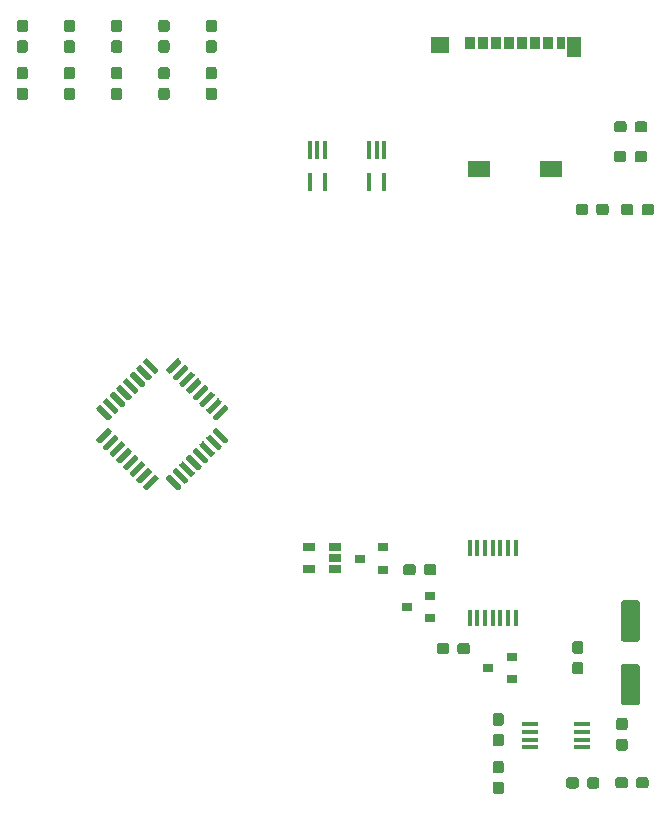
<source format=gbr>
%TF.GenerationSoftware,KiCad,Pcbnew,(5.1.4)-1*%
%TF.CreationDate,2020-12-20T21:21:52+02:00*%
%TF.ProjectId,Borta Dators,426f7274-6120-4446-9174-6f72732e6b69,rev?*%
%TF.SameCoordinates,Original*%
%TF.FileFunction,Paste,Top*%
%TF.FilePolarity,Positive*%
%FSLAX46Y46*%
G04 Gerber Fmt 4.6, Leading zero omitted, Abs format (unit mm)*
G04 Created by KiCad (PCBNEW (5.1.4)-1) date 2020-12-20 21:21:52*
%MOMM*%
%LPD*%
G04 APERTURE LIST*
%ADD10C,0.100000*%
%ADD11C,1.600000*%
%ADD12C,0.950000*%
%ADD13R,0.750000X1.100000*%
%ADD14R,0.850000X1.100000*%
%ADD15R,1.170000X1.800000*%
%ADD16R,1.550000X1.350000*%
%ADD17R,1.900000X1.350000*%
%ADD18R,0.400000X1.500000*%
%ADD19R,0.900000X0.800000*%
%ADD20R,1.450000X0.450000*%
%ADD21R,0.450000X1.450000*%
%ADD22C,0.500000*%
%ADD23R,1.060000X0.650000*%
G04 APERTURE END LIST*
D10*
%TO.C,C1*%
G36*
X145064504Y-100761204D02*
G01*
X145088773Y-100764804D01*
X145112571Y-100770765D01*
X145135671Y-100779030D01*
X145157849Y-100789520D01*
X145178893Y-100802133D01*
X145198598Y-100816747D01*
X145216777Y-100833223D01*
X145233253Y-100851402D01*
X145247867Y-100871107D01*
X145260480Y-100892151D01*
X145270970Y-100914329D01*
X145279235Y-100937429D01*
X145285196Y-100961227D01*
X145288796Y-100985496D01*
X145290000Y-101010000D01*
X145290000Y-104010000D01*
X145288796Y-104034504D01*
X145285196Y-104058773D01*
X145279235Y-104082571D01*
X145270970Y-104105671D01*
X145260480Y-104127849D01*
X145247867Y-104148893D01*
X145233253Y-104168598D01*
X145216777Y-104186777D01*
X145198598Y-104203253D01*
X145178893Y-104217867D01*
X145157849Y-104230480D01*
X145135671Y-104240970D01*
X145112571Y-104249235D01*
X145088773Y-104255196D01*
X145064504Y-104258796D01*
X145040000Y-104260000D01*
X143940000Y-104260000D01*
X143915496Y-104258796D01*
X143891227Y-104255196D01*
X143867429Y-104249235D01*
X143844329Y-104240970D01*
X143822151Y-104230480D01*
X143801107Y-104217867D01*
X143781402Y-104203253D01*
X143763223Y-104186777D01*
X143746747Y-104168598D01*
X143732133Y-104148893D01*
X143719520Y-104127849D01*
X143709030Y-104105671D01*
X143700765Y-104082571D01*
X143694804Y-104058773D01*
X143691204Y-104034504D01*
X143690000Y-104010000D01*
X143690000Y-101010000D01*
X143691204Y-100985496D01*
X143694804Y-100961227D01*
X143700765Y-100937429D01*
X143709030Y-100914329D01*
X143719520Y-100892151D01*
X143732133Y-100871107D01*
X143746747Y-100851402D01*
X143763223Y-100833223D01*
X143781402Y-100816747D01*
X143801107Y-100802133D01*
X143822151Y-100789520D01*
X143844329Y-100779030D01*
X143867429Y-100770765D01*
X143891227Y-100764804D01*
X143915496Y-100761204D01*
X143940000Y-100760000D01*
X145040000Y-100760000D01*
X145064504Y-100761204D01*
X145064504Y-100761204D01*
G37*
D11*
X144490000Y-102510000D03*
D10*
G36*
X145064504Y-106161204D02*
G01*
X145088773Y-106164804D01*
X145112571Y-106170765D01*
X145135671Y-106179030D01*
X145157849Y-106189520D01*
X145178893Y-106202133D01*
X145198598Y-106216747D01*
X145216777Y-106233223D01*
X145233253Y-106251402D01*
X145247867Y-106271107D01*
X145260480Y-106292151D01*
X145270970Y-106314329D01*
X145279235Y-106337429D01*
X145285196Y-106361227D01*
X145288796Y-106385496D01*
X145290000Y-106410000D01*
X145290000Y-109410000D01*
X145288796Y-109434504D01*
X145285196Y-109458773D01*
X145279235Y-109482571D01*
X145270970Y-109505671D01*
X145260480Y-109527849D01*
X145247867Y-109548893D01*
X145233253Y-109568598D01*
X145216777Y-109586777D01*
X145198598Y-109603253D01*
X145178893Y-109617867D01*
X145157849Y-109630480D01*
X145135671Y-109640970D01*
X145112571Y-109649235D01*
X145088773Y-109655196D01*
X145064504Y-109658796D01*
X145040000Y-109660000D01*
X143940000Y-109660000D01*
X143915496Y-109658796D01*
X143891227Y-109655196D01*
X143867429Y-109649235D01*
X143844329Y-109640970D01*
X143822151Y-109630480D01*
X143801107Y-109617867D01*
X143781402Y-109603253D01*
X143763223Y-109586777D01*
X143746747Y-109568598D01*
X143732133Y-109548893D01*
X143719520Y-109527849D01*
X143709030Y-109505671D01*
X143700765Y-109482571D01*
X143694804Y-109458773D01*
X143691204Y-109434504D01*
X143690000Y-109410000D01*
X143690000Y-106410000D01*
X143691204Y-106385496D01*
X143694804Y-106361227D01*
X143700765Y-106337429D01*
X143709030Y-106314329D01*
X143719520Y-106292151D01*
X143732133Y-106271107D01*
X143746747Y-106251402D01*
X143763223Y-106233223D01*
X143781402Y-106216747D01*
X143801107Y-106202133D01*
X143822151Y-106189520D01*
X143844329Y-106179030D01*
X143867429Y-106170765D01*
X143891227Y-106164804D01*
X143915496Y-106161204D01*
X143940000Y-106160000D01*
X145040000Y-106160000D01*
X145064504Y-106161204D01*
X145064504Y-106161204D01*
G37*
D11*
X144490000Y-107910000D03*
%TD*%
D10*
%TO.C,C2*%
G36*
X140310779Y-105971144D02*
G01*
X140333834Y-105974563D01*
X140356443Y-105980227D01*
X140378387Y-105988079D01*
X140399457Y-105998044D01*
X140419448Y-106010026D01*
X140438168Y-106023910D01*
X140455438Y-106039562D01*
X140471090Y-106056832D01*
X140484974Y-106075552D01*
X140496956Y-106095543D01*
X140506921Y-106116613D01*
X140514773Y-106138557D01*
X140520437Y-106161166D01*
X140523856Y-106184221D01*
X140525000Y-106207500D01*
X140525000Y-106782500D01*
X140523856Y-106805779D01*
X140520437Y-106828834D01*
X140514773Y-106851443D01*
X140506921Y-106873387D01*
X140496956Y-106894457D01*
X140484974Y-106914448D01*
X140471090Y-106933168D01*
X140455438Y-106950438D01*
X140438168Y-106966090D01*
X140419448Y-106979974D01*
X140399457Y-106991956D01*
X140378387Y-107001921D01*
X140356443Y-107009773D01*
X140333834Y-107015437D01*
X140310779Y-107018856D01*
X140287500Y-107020000D01*
X139812500Y-107020000D01*
X139789221Y-107018856D01*
X139766166Y-107015437D01*
X139743557Y-107009773D01*
X139721613Y-107001921D01*
X139700543Y-106991956D01*
X139680552Y-106979974D01*
X139661832Y-106966090D01*
X139644562Y-106950438D01*
X139628910Y-106933168D01*
X139615026Y-106914448D01*
X139603044Y-106894457D01*
X139593079Y-106873387D01*
X139585227Y-106851443D01*
X139579563Y-106828834D01*
X139576144Y-106805779D01*
X139575000Y-106782500D01*
X139575000Y-106207500D01*
X139576144Y-106184221D01*
X139579563Y-106161166D01*
X139585227Y-106138557D01*
X139593079Y-106116613D01*
X139603044Y-106095543D01*
X139615026Y-106075552D01*
X139628910Y-106056832D01*
X139644562Y-106039562D01*
X139661832Y-106023910D01*
X139680552Y-106010026D01*
X139700543Y-105998044D01*
X139721613Y-105988079D01*
X139743557Y-105980227D01*
X139766166Y-105974563D01*
X139789221Y-105971144D01*
X139812500Y-105970000D01*
X140287500Y-105970000D01*
X140310779Y-105971144D01*
X140310779Y-105971144D01*
G37*
D12*
X140050000Y-106495000D03*
D10*
G36*
X140310779Y-104221144D02*
G01*
X140333834Y-104224563D01*
X140356443Y-104230227D01*
X140378387Y-104238079D01*
X140399457Y-104248044D01*
X140419448Y-104260026D01*
X140438168Y-104273910D01*
X140455438Y-104289562D01*
X140471090Y-104306832D01*
X140484974Y-104325552D01*
X140496956Y-104345543D01*
X140506921Y-104366613D01*
X140514773Y-104388557D01*
X140520437Y-104411166D01*
X140523856Y-104434221D01*
X140525000Y-104457500D01*
X140525000Y-105032500D01*
X140523856Y-105055779D01*
X140520437Y-105078834D01*
X140514773Y-105101443D01*
X140506921Y-105123387D01*
X140496956Y-105144457D01*
X140484974Y-105164448D01*
X140471090Y-105183168D01*
X140455438Y-105200438D01*
X140438168Y-105216090D01*
X140419448Y-105229974D01*
X140399457Y-105241956D01*
X140378387Y-105251921D01*
X140356443Y-105259773D01*
X140333834Y-105265437D01*
X140310779Y-105268856D01*
X140287500Y-105270000D01*
X139812500Y-105270000D01*
X139789221Y-105268856D01*
X139766166Y-105265437D01*
X139743557Y-105259773D01*
X139721613Y-105251921D01*
X139700543Y-105241956D01*
X139680552Y-105229974D01*
X139661832Y-105216090D01*
X139644562Y-105200438D01*
X139628910Y-105183168D01*
X139615026Y-105164448D01*
X139603044Y-105144457D01*
X139593079Y-105123387D01*
X139585227Y-105101443D01*
X139579563Y-105078834D01*
X139576144Y-105055779D01*
X139575000Y-105032500D01*
X139575000Y-104457500D01*
X139576144Y-104434221D01*
X139579563Y-104411166D01*
X139585227Y-104388557D01*
X139593079Y-104366613D01*
X139603044Y-104345543D01*
X139615026Y-104325552D01*
X139628910Y-104306832D01*
X139644562Y-104289562D01*
X139661832Y-104273910D01*
X139680552Y-104260026D01*
X139700543Y-104248044D01*
X139721613Y-104238079D01*
X139743557Y-104230227D01*
X139766166Y-104224563D01*
X139789221Y-104221144D01*
X139812500Y-104220000D01*
X140287500Y-104220000D01*
X140310779Y-104221144D01*
X140310779Y-104221144D01*
G37*
D12*
X140050000Y-104745000D03*
%TD*%
D10*
%TO.C,C4*%
G36*
X143955779Y-60196144D02*
G01*
X143978834Y-60199563D01*
X144001443Y-60205227D01*
X144023387Y-60213079D01*
X144044457Y-60223044D01*
X144064448Y-60235026D01*
X144083168Y-60248910D01*
X144100438Y-60264562D01*
X144116090Y-60281832D01*
X144129974Y-60300552D01*
X144141956Y-60320543D01*
X144151921Y-60341613D01*
X144159773Y-60363557D01*
X144165437Y-60386166D01*
X144168856Y-60409221D01*
X144170000Y-60432500D01*
X144170000Y-60907500D01*
X144168856Y-60930779D01*
X144165437Y-60953834D01*
X144159773Y-60976443D01*
X144151921Y-60998387D01*
X144141956Y-61019457D01*
X144129974Y-61039448D01*
X144116090Y-61058168D01*
X144100438Y-61075438D01*
X144083168Y-61091090D01*
X144064448Y-61104974D01*
X144044457Y-61116956D01*
X144023387Y-61126921D01*
X144001443Y-61134773D01*
X143978834Y-61140437D01*
X143955779Y-61143856D01*
X143932500Y-61145000D01*
X143357500Y-61145000D01*
X143334221Y-61143856D01*
X143311166Y-61140437D01*
X143288557Y-61134773D01*
X143266613Y-61126921D01*
X143245543Y-61116956D01*
X143225552Y-61104974D01*
X143206832Y-61091090D01*
X143189562Y-61075438D01*
X143173910Y-61058168D01*
X143160026Y-61039448D01*
X143148044Y-61019457D01*
X143138079Y-60998387D01*
X143130227Y-60976443D01*
X143124563Y-60953834D01*
X143121144Y-60930779D01*
X143120000Y-60907500D01*
X143120000Y-60432500D01*
X143121144Y-60409221D01*
X143124563Y-60386166D01*
X143130227Y-60363557D01*
X143138079Y-60341613D01*
X143148044Y-60320543D01*
X143160026Y-60300552D01*
X143173910Y-60281832D01*
X143189562Y-60264562D01*
X143206832Y-60248910D01*
X143225552Y-60235026D01*
X143245543Y-60223044D01*
X143266613Y-60213079D01*
X143288557Y-60205227D01*
X143311166Y-60199563D01*
X143334221Y-60196144D01*
X143357500Y-60195000D01*
X143932500Y-60195000D01*
X143955779Y-60196144D01*
X143955779Y-60196144D01*
G37*
D12*
X143645000Y-60670000D03*
D10*
G36*
X145705779Y-60196144D02*
G01*
X145728834Y-60199563D01*
X145751443Y-60205227D01*
X145773387Y-60213079D01*
X145794457Y-60223044D01*
X145814448Y-60235026D01*
X145833168Y-60248910D01*
X145850438Y-60264562D01*
X145866090Y-60281832D01*
X145879974Y-60300552D01*
X145891956Y-60320543D01*
X145901921Y-60341613D01*
X145909773Y-60363557D01*
X145915437Y-60386166D01*
X145918856Y-60409221D01*
X145920000Y-60432500D01*
X145920000Y-60907500D01*
X145918856Y-60930779D01*
X145915437Y-60953834D01*
X145909773Y-60976443D01*
X145901921Y-60998387D01*
X145891956Y-61019457D01*
X145879974Y-61039448D01*
X145866090Y-61058168D01*
X145850438Y-61075438D01*
X145833168Y-61091090D01*
X145814448Y-61104974D01*
X145794457Y-61116956D01*
X145773387Y-61126921D01*
X145751443Y-61134773D01*
X145728834Y-61140437D01*
X145705779Y-61143856D01*
X145682500Y-61145000D01*
X145107500Y-61145000D01*
X145084221Y-61143856D01*
X145061166Y-61140437D01*
X145038557Y-61134773D01*
X145016613Y-61126921D01*
X144995543Y-61116956D01*
X144975552Y-61104974D01*
X144956832Y-61091090D01*
X144939562Y-61075438D01*
X144923910Y-61058168D01*
X144910026Y-61039448D01*
X144898044Y-61019457D01*
X144888079Y-60998387D01*
X144880227Y-60976443D01*
X144874563Y-60953834D01*
X144871144Y-60930779D01*
X144870000Y-60907500D01*
X144870000Y-60432500D01*
X144871144Y-60409221D01*
X144874563Y-60386166D01*
X144880227Y-60363557D01*
X144888079Y-60341613D01*
X144898044Y-60320543D01*
X144910026Y-60300552D01*
X144923910Y-60281832D01*
X144939562Y-60264562D01*
X144956832Y-60248910D01*
X144975552Y-60235026D01*
X144995543Y-60223044D01*
X145016613Y-60213079D01*
X145038557Y-60205227D01*
X145061166Y-60199563D01*
X145084221Y-60196144D01*
X145107500Y-60195000D01*
X145682500Y-60195000D01*
X145705779Y-60196144D01*
X145705779Y-60196144D01*
G37*
D12*
X145395000Y-60670000D03*
%TD*%
D10*
%TO.C,D1*%
G36*
X93260779Y-51601144D02*
G01*
X93283834Y-51604563D01*
X93306443Y-51610227D01*
X93328387Y-51618079D01*
X93349457Y-51628044D01*
X93369448Y-51640026D01*
X93388168Y-51653910D01*
X93405438Y-51669562D01*
X93421090Y-51686832D01*
X93434974Y-51705552D01*
X93446956Y-51725543D01*
X93456921Y-51746613D01*
X93464773Y-51768557D01*
X93470437Y-51791166D01*
X93473856Y-51814221D01*
X93475000Y-51837500D01*
X93475000Y-52412500D01*
X93473856Y-52435779D01*
X93470437Y-52458834D01*
X93464773Y-52481443D01*
X93456921Y-52503387D01*
X93446956Y-52524457D01*
X93434974Y-52544448D01*
X93421090Y-52563168D01*
X93405438Y-52580438D01*
X93388168Y-52596090D01*
X93369448Y-52609974D01*
X93349457Y-52621956D01*
X93328387Y-52631921D01*
X93306443Y-52639773D01*
X93283834Y-52645437D01*
X93260779Y-52648856D01*
X93237500Y-52650000D01*
X92762500Y-52650000D01*
X92739221Y-52648856D01*
X92716166Y-52645437D01*
X92693557Y-52639773D01*
X92671613Y-52631921D01*
X92650543Y-52621956D01*
X92630552Y-52609974D01*
X92611832Y-52596090D01*
X92594562Y-52580438D01*
X92578910Y-52563168D01*
X92565026Y-52544448D01*
X92553044Y-52524457D01*
X92543079Y-52503387D01*
X92535227Y-52481443D01*
X92529563Y-52458834D01*
X92526144Y-52435779D01*
X92525000Y-52412500D01*
X92525000Y-51837500D01*
X92526144Y-51814221D01*
X92529563Y-51791166D01*
X92535227Y-51768557D01*
X92543079Y-51746613D01*
X92553044Y-51725543D01*
X92565026Y-51705552D01*
X92578910Y-51686832D01*
X92594562Y-51669562D01*
X92611832Y-51653910D01*
X92630552Y-51640026D01*
X92650543Y-51628044D01*
X92671613Y-51618079D01*
X92693557Y-51610227D01*
X92716166Y-51604563D01*
X92739221Y-51601144D01*
X92762500Y-51600000D01*
X93237500Y-51600000D01*
X93260779Y-51601144D01*
X93260779Y-51601144D01*
G37*
D12*
X93000000Y-52125000D03*
D10*
G36*
X93260779Y-53351144D02*
G01*
X93283834Y-53354563D01*
X93306443Y-53360227D01*
X93328387Y-53368079D01*
X93349457Y-53378044D01*
X93369448Y-53390026D01*
X93388168Y-53403910D01*
X93405438Y-53419562D01*
X93421090Y-53436832D01*
X93434974Y-53455552D01*
X93446956Y-53475543D01*
X93456921Y-53496613D01*
X93464773Y-53518557D01*
X93470437Y-53541166D01*
X93473856Y-53564221D01*
X93475000Y-53587500D01*
X93475000Y-54162500D01*
X93473856Y-54185779D01*
X93470437Y-54208834D01*
X93464773Y-54231443D01*
X93456921Y-54253387D01*
X93446956Y-54274457D01*
X93434974Y-54294448D01*
X93421090Y-54313168D01*
X93405438Y-54330438D01*
X93388168Y-54346090D01*
X93369448Y-54359974D01*
X93349457Y-54371956D01*
X93328387Y-54381921D01*
X93306443Y-54389773D01*
X93283834Y-54395437D01*
X93260779Y-54398856D01*
X93237500Y-54400000D01*
X92762500Y-54400000D01*
X92739221Y-54398856D01*
X92716166Y-54395437D01*
X92693557Y-54389773D01*
X92671613Y-54381921D01*
X92650543Y-54371956D01*
X92630552Y-54359974D01*
X92611832Y-54346090D01*
X92594562Y-54330438D01*
X92578910Y-54313168D01*
X92565026Y-54294448D01*
X92553044Y-54274457D01*
X92543079Y-54253387D01*
X92535227Y-54231443D01*
X92529563Y-54208834D01*
X92526144Y-54185779D01*
X92525000Y-54162500D01*
X92525000Y-53587500D01*
X92526144Y-53564221D01*
X92529563Y-53541166D01*
X92535227Y-53518557D01*
X92543079Y-53496613D01*
X92553044Y-53475543D01*
X92565026Y-53455552D01*
X92578910Y-53436832D01*
X92594562Y-53419562D01*
X92611832Y-53403910D01*
X92630552Y-53390026D01*
X92650543Y-53378044D01*
X92671613Y-53368079D01*
X92693557Y-53360227D01*
X92716166Y-53354563D01*
X92739221Y-53351144D01*
X92762500Y-53350000D01*
X93237500Y-53350000D01*
X93260779Y-53351144D01*
X93260779Y-53351144D01*
G37*
D12*
X93000000Y-53875000D03*
%TD*%
D10*
%TO.C,D2*%
G36*
X97260779Y-53351144D02*
G01*
X97283834Y-53354563D01*
X97306443Y-53360227D01*
X97328387Y-53368079D01*
X97349457Y-53378044D01*
X97369448Y-53390026D01*
X97388168Y-53403910D01*
X97405438Y-53419562D01*
X97421090Y-53436832D01*
X97434974Y-53455552D01*
X97446956Y-53475543D01*
X97456921Y-53496613D01*
X97464773Y-53518557D01*
X97470437Y-53541166D01*
X97473856Y-53564221D01*
X97475000Y-53587500D01*
X97475000Y-54162500D01*
X97473856Y-54185779D01*
X97470437Y-54208834D01*
X97464773Y-54231443D01*
X97456921Y-54253387D01*
X97446956Y-54274457D01*
X97434974Y-54294448D01*
X97421090Y-54313168D01*
X97405438Y-54330438D01*
X97388168Y-54346090D01*
X97369448Y-54359974D01*
X97349457Y-54371956D01*
X97328387Y-54381921D01*
X97306443Y-54389773D01*
X97283834Y-54395437D01*
X97260779Y-54398856D01*
X97237500Y-54400000D01*
X96762500Y-54400000D01*
X96739221Y-54398856D01*
X96716166Y-54395437D01*
X96693557Y-54389773D01*
X96671613Y-54381921D01*
X96650543Y-54371956D01*
X96630552Y-54359974D01*
X96611832Y-54346090D01*
X96594562Y-54330438D01*
X96578910Y-54313168D01*
X96565026Y-54294448D01*
X96553044Y-54274457D01*
X96543079Y-54253387D01*
X96535227Y-54231443D01*
X96529563Y-54208834D01*
X96526144Y-54185779D01*
X96525000Y-54162500D01*
X96525000Y-53587500D01*
X96526144Y-53564221D01*
X96529563Y-53541166D01*
X96535227Y-53518557D01*
X96543079Y-53496613D01*
X96553044Y-53475543D01*
X96565026Y-53455552D01*
X96578910Y-53436832D01*
X96594562Y-53419562D01*
X96611832Y-53403910D01*
X96630552Y-53390026D01*
X96650543Y-53378044D01*
X96671613Y-53368079D01*
X96693557Y-53360227D01*
X96716166Y-53354563D01*
X96739221Y-53351144D01*
X96762500Y-53350000D01*
X97237500Y-53350000D01*
X97260779Y-53351144D01*
X97260779Y-53351144D01*
G37*
D12*
X97000000Y-53875000D03*
D10*
G36*
X97260779Y-51601144D02*
G01*
X97283834Y-51604563D01*
X97306443Y-51610227D01*
X97328387Y-51618079D01*
X97349457Y-51628044D01*
X97369448Y-51640026D01*
X97388168Y-51653910D01*
X97405438Y-51669562D01*
X97421090Y-51686832D01*
X97434974Y-51705552D01*
X97446956Y-51725543D01*
X97456921Y-51746613D01*
X97464773Y-51768557D01*
X97470437Y-51791166D01*
X97473856Y-51814221D01*
X97475000Y-51837500D01*
X97475000Y-52412500D01*
X97473856Y-52435779D01*
X97470437Y-52458834D01*
X97464773Y-52481443D01*
X97456921Y-52503387D01*
X97446956Y-52524457D01*
X97434974Y-52544448D01*
X97421090Y-52563168D01*
X97405438Y-52580438D01*
X97388168Y-52596090D01*
X97369448Y-52609974D01*
X97349457Y-52621956D01*
X97328387Y-52631921D01*
X97306443Y-52639773D01*
X97283834Y-52645437D01*
X97260779Y-52648856D01*
X97237500Y-52650000D01*
X96762500Y-52650000D01*
X96739221Y-52648856D01*
X96716166Y-52645437D01*
X96693557Y-52639773D01*
X96671613Y-52631921D01*
X96650543Y-52621956D01*
X96630552Y-52609974D01*
X96611832Y-52596090D01*
X96594562Y-52580438D01*
X96578910Y-52563168D01*
X96565026Y-52544448D01*
X96553044Y-52524457D01*
X96543079Y-52503387D01*
X96535227Y-52481443D01*
X96529563Y-52458834D01*
X96526144Y-52435779D01*
X96525000Y-52412500D01*
X96525000Y-51837500D01*
X96526144Y-51814221D01*
X96529563Y-51791166D01*
X96535227Y-51768557D01*
X96543079Y-51746613D01*
X96553044Y-51725543D01*
X96565026Y-51705552D01*
X96578910Y-51686832D01*
X96594562Y-51669562D01*
X96611832Y-51653910D01*
X96630552Y-51640026D01*
X96650543Y-51628044D01*
X96671613Y-51618079D01*
X96693557Y-51610227D01*
X96716166Y-51604563D01*
X96739221Y-51601144D01*
X96762500Y-51600000D01*
X97237500Y-51600000D01*
X97260779Y-51601144D01*
X97260779Y-51601144D01*
G37*
D12*
X97000000Y-52125000D03*
%TD*%
D10*
%TO.C,D3*%
G36*
X101260779Y-51601144D02*
G01*
X101283834Y-51604563D01*
X101306443Y-51610227D01*
X101328387Y-51618079D01*
X101349457Y-51628044D01*
X101369448Y-51640026D01*
X101388168Y-51653910D01*
X101405438Y-51669562D01*
X101421090Y-51686832D01*
X101434974Y-51705552D01*
X101446956Y-51725543D01*
X101456921Y-51746613D01*
X101464773Y-51768557D01*
X101470437Y-51791166D01*
X101473856Y-51814221D01*
X101475000Y-51837500D01*
X101475000Y-52412500D01*
X101473856Y-52435779D01*
X101470437Y-52458834D01*
X101464773Y-52481443D01*
X101456921Y-52503387D01*
X101446956Y-52524457D01*
X101434974Y-52544448D01*
X101421090Y-52563168D01*
X101405438Y-52580438D01*
X101388168Y-52596090D01*
X101369448Y-52609974D01*
X101349457Y-52621956D01*
X101328387Y-52631921D01*
X101306443Y-52639773D01*
X101283834Y-52645437D01*
X101260779Y-52648856D01*
X101237500Y-52650000D01*
X100762500Y-52650000D01*
X100739221Y-52648856D01*
X100716166Y-52645437D01*
X100693557Y-52639773D01*
X100671613Y-52631921D01*
X100650543Y-52621956D01*
X100630552Y-52609974D01*
X100611832Y-52596090D01*
X100594562Y-52580438D01*
X100578910Y-52563168D01*
X100565026Y-52544448D01*
X100553044Y-52524457D01*
X100543079Y-52503387D01*
X100535227Y-52481443D01*
X100529563Y-52458834D01*
X100526144Y-52435779D01*
X100525000Y-52412500D01*
X100525000Y-51837500D01*
X100526144Y-51814221D01*
X100529563Y-51791166D01*
X100535227Y-51768557D01*
X100543079Y-51746613D01*
X100553044Y-51725543D01*
X100565026Y-51705552D01*
X100578910Y-51686832D01*
X100594562Y-51669562D01*
X100611832Y-51653910D01*
X100630552Y-51640026D01*
X100650543Y-51628044D01*
X100671613Y-51618079D01*
X100693557Y-51610227D01*
X100716166Y-51604563D01*
X100739221Y-51601144D01*
X100762500Y-51600000D01*
X101237500Y-51600000D01*
X101260779Y-51601144D01*
X101260779Y-51601144D01*
G37*
D12*
X101000000Y-52125000D03*
D10*
G36*
X101260779Y-53351144D02*
G01*
X101283834Y-53354563D01*
X101306443Y-53360227D01*
X101328387Y-53368079D01*
X101349457Y-53378044D01*
X101369448Y-53390026D01*
X101388168Y-53403910D01*
X101405438Y-53419562D01*
X101421090Y-53436832D01*
X101434974Y-53455552D01*
X101446956Y-53475543D01*
X101456921Y-53496613D01*
X101464773Y-53518557D01*
X101470437Y-53541166D01*
X101473856Y-53564221D01*
X101475000Y-53587500D01*
X101475000Y-54162500D01*
X101473856Y-54185779D01*
X101470437Y-54208834D01*
X101464773Y-54231443D01*
X101456921Y-54253387D01*
X101446956Y-54274457D01*
X101434974Y-54294448D01*
X101421090Y-54313168D01*
X101405438Y-54330438D01*
X101388168Y-54346090D01*
X101369448Y-54359974D01*
X101349457Y-54371956D01*
X101328387Y-54381921D01*
X101306443Y-54389773D01*
X101283834Y-54395437D01*
X101260779Y-54398856D01*
X101237500Y-54400000D01*
X100762500Y-54400000D01*
X100739221Y-54398856D01*
X100716166Y-54395437D01*
X100693557Y-54389773D01*
X100671613Y-54381921D01*
X100650543Y-54371956D01*
X100630552Y-54359974D01*
X100611832Y-54346090D01*
X100594562Y-54330438D01*
X100578910Y-54313168D01*
X100565026Y-54294448D01*
X100553044Y-54274457D01*
X100543079Y-54253387D01*
X100535227Y-54231443D01*
X100529563Y-54208834D01*
X100526144Y-54185779D01*
X100525000Y-54162500D01*
X100525000Y-53587500D01*
X100526144Y-53564221D01*
X100529563Y-53541166D01*
X100535227Y-53518557D01*
X100543079Y-53496613D01*
X100553044Y-53475543D01*
X100565026Y-53455552D01*
X100578910Y-53436832D01*
X100594562Y-53419562D01*
X100611832Y-53403910D01*
X100630552Y-53390026D01*
X100650543Y-53378044D01*
X100671613Y-53368079D01*
X100693557Y-53360227D01*
X100716166Y-53354563D01*
X100739221Y-53351144D01*
X100762500Y-53350000D01*
X101237500Y-53350000D01*
X101260779Y-53351144D01*
X101260779Y-53351144D01*
G37*
D12*
X101000000Y-53875000D03*
%TD*%
D10*
%TO.C,D4*%
G36*
X105260779Y-53351144D02*
G01*
X105283834Y-53354563D01*
X105306443Y-53360227D01*
X105328387Y-53368079D01*
X105349457Y-53378044D01*
X105369448Y-53390026D01*
X105388168Y-53403910D01*
X105405438Y-53419562D01*
X105421090Y-53436832D01*
X105434974Y-53455552D01*
X105446956Y-53475543D01*
X105456921Y-53496613D01*
X105464773Y-53518557D01*
X105470437Y-53541166D01*
X105473856Y-53564221D01*
X105475000Y-53587500D01*
X105475000Y-54162500D01*
X105473856Y-54185779D01*
X105470437Y-54208834D01*
X105464773Y-54231443D01*
X105456921Y-54253387D01*
X105446956Y-54274457D01*
X105434974Y-54294448D01*
X105421090Y-54313168D01*
X105405438Y-54330438D01*
X105388168Y-54346090D01*
X105369448Y-54359974D01*
X105349457Y-54371956D01*
X105328387Y-54381921D01*
X105306443Y-54389773D01*
X105283834Y-54395437D01*
X105260779Y-54398856D01*
X105237500Y-54400000D01*
X104762500Y-54400000D01*
X104739221Y-54398856D01*
X104716166Y-54395437D01*
X104693557Y-54389773D01*
X104671613Y-54381921D01*
X104650543Y-54371956D01*
X104630552Y-54359974D01*
X104611832Y-54346090D01*
X104594562Y-54330438D01*
X104578910Y-54313168D01*
X104565026Y-54294448D01*
X104553044Y-54274457D01*
X104543079Y-54253387D01*
X104535227Y-54231443D01*
X104529563Y-54208834D01*
X104526144Y-54185779D01*
X104525000Y-54162500D01*
X104525000Y-53587500D01*
X104526144Y-53564221D01*
X104529563Y-53541166D01*
X104535227Y-53518557D01*
X104543079Y-53496613D01*
X104553044Y-53475543D01*
X104565026Y-53455552D01*
X104578910Y-53436832D01*
X104594562Y-53419562D01*
X104611832Y-53403910D01*
X104630552Y-53390026D01*
X104650543Y-53378044D01*
X104671613Y-53368079D01*
X104693557Y-53360227D01*
X104716166Y-53354563D01*
X104739221Y-53351144D01*
X104762500Y-53350000D01*
X105237500Y-53350000D01*
X105260779Y-53351144D01*
X105260779Y-53351144D01*
G37*
D12*
X105000000Y-53875000D03*
D10*
G36*
X105260779Y-51601144D02*
G01*
X105283834Y-51604563D01*
X105306443Y-51610227D01*
X105328387Y-51618079D01*
X105349457Y-51628044D01*
X105369448Y-51640026D01*
X105388168Y-51653910D01*
X105405438Y-51669562D01*
X105421090Y-51686832D01*
X105434974Y-51705552D01*
X105446956Y-51725543D01*
X105456921Y-51746613D01*
X105464773Y-51768557D01*
X105470437Y-51791166D01*
X105473856Y-51814221D01*
X105475000Y-51837500D01*
X105475000Y-52412500D01*
X105473856Y-52435779D01*
X105470437Y-52458834D01*
X105464773Y-52481443D01*
X105456921Y-52503387D01*
X105446956Y-52524457D01*
X105434974Y-52544448D01*
X105421090Y-52563168D01*
X105405438Y-52580438D01*
X105388168Y-52596090D01*
X105369448Y-52609974D01*
X105349457Y-52621956D01*
X105328387Y-52631921D01*
X105306443Y-52639773D01*
X105283834Y-52645437D01*
X105260779Y-52648856D01*
X105237500Y-52650000D01*
X104762500Y-52650000D01*
X104739221Y-52648856D01*
X104716166Y-52645437D01*
X104693557Y-52639773D01*
X104671613Y-52631921D01*
X104650543Y-52621956D01*
X104630552Y-52609974D01*
X104611832Y-52596090D01*
X104594562Y-52580438D01*
X104578910Y-52563168D01*
X104565026Y-52544448D01*
X104553044Y-52524457D01*
X104543079Y-52503387D01*
X104535227Y-52481443D01*
X104529563Y-52458834D01*
X104526144Y-52435779D01*
X104525000Y-52412500D01*
X104525000Y-51837500D01*
X104526144Y-51814221D01*
X104529563Y-51791166D01*
X104535227Y-51768557D01*
X104543079Y-51746613D01*
X104553044Y-51725543D01*
X104565026Y-51705552D01*
X104578910Y-51686832D01*
X104594562Y-51669562D01*
X104611832Y-51653910D01*
X104630552Y-51640026D01*
X104650543Y-51628044D01*
X104671613Y-51618079D01*
X104693557Y-51610227D01*
X104716166Y-51604563D01*
X104739221Y-51601144D01*
X104762500Y-51600000D01*
X105237500Y-51600000D01*
X105260779Y-51601144D01*
X105260779Y-51601144D01*
G37*
D12*
X105000000Y-52125000D03*
%TD*%
D10*
%TO.C,D5*%
G36*
X109260779Y-51601144D02*
G01*
X109283834Y-51604563D01*
X109306443Y-51610227D01*
X109328387Y-51618079D01*
X109349457Y-51628044D01*
X109369448Y-51640026D01*
X109388168Y-51653910D01*
X109405438Y-51669562D01*
X109421090Y-51686832D01*
X109434974Y-51705552D01*
X109446956Y-51725543D01*
X109456921Y-51746613D01*
X109464773Y-51768557D01*
X109470437Y-51791166D01*
X109473856Y-51814221D01*
X109475000Y-51837500D01*
X109475000Y-52412500D01*
X109473856Y-52435779D01*
X109470437Y-52458834D01*
X109464773Y-52481443D01*
X109456921Y-52503387D01*
X109446956Y-52524457D01*
X109434974Y-52544448D01*
X109421090Y-52563168D01*
X109405438Y-52580438D01*
X109388168Y-52596090D01*
X109369448Y-52609974D01*
X109349457Y-52621956D01*
X109328387Y-52631921D01*
X109306443Y-52639773D01*
X109283834Y-52645437D01*
X109260779Y-52648856D01*
X109237500Y-52650000D01*
X108762500Y-52650000D01*
X108739221Y-52648856D01*
X108716166Y-52645437D01*
X108693557Y-52639773D01*
X108671613Y-52631921D01*
X108650543Y-52621956D01*
X108630552Y-52609974D01*
X108611832Y-52596090D01*
X108594562Y-52580438D01*
X108578910Y-52563168D01*
X108565026Y-52544448D01*
X108553044Y-52524457D01*
X108543079Y-52503387D01*
X108535227Y-52481443D01*
X108529563Y-52458834D01*
X108526144Y-52435779D01*
X108525000Y-52412500D01*
X108525000Y-51837500D01*
X108526144Y-51814221D01*
X108529563Y-51791166D01*
X108535227Y-51768557D01*
X108543079Y-51746613D01*
X108553044Y-51725543D01*
X108565026Y-51705552D01*
X108578910Y-51686832D01*
X108594562Y-51669562D01*
X108611832Y-51653910D01*
X108630552Y-51640026D01*
X108650543Y-51628044D01*
X108671613Y-51618079D01*
X108693557Y-51610227D01*
X108716166Y-51604563D01*
X108739221Y-51601144D01*
X108762500Y-51600000D01*
X109237500Y-51600000D01*
X109260779Y-51601144D01*
X109260779Y-51601144D01*
G37*
D12*
X109000000Y-52125000D03*
D10*
G36*
X109260779Y-53351144D02*
G01*
X109283834Y-53354563D01*
X109306443Y-53360227D01*
X109328387Y-53368079D01*
X109349457Y-53378044D01*
X109369448Y-53390026D01*
X109388168Y-53403910D01*
X109405438Y-53419562D01*
X109421090Y-53436832D01*
X109434974Y-53455552D01*
X109446956Y-53475543D01*
X109456921Y-53496613D01*
X109464773Y-53518557D01*
X109470437Y-53541166D01*
X109473856Y-53564221D01*
X109475000Y-53587500D01*
X109475000Y-54162500D01*
X109473856Y-54185779D01*
X109470437Y-54208834D01*
X109464773Y-54231443D01*
X109456921Y-54253387D01*
X109446956Y-54274457D01*
X109434974Y-54294448D01*
X109421090Y-54313168D01*
X109405438Y-54330438D01*
X109388168Y-54346090D01*
X109369448Y-54359974D01*
X109349457Y-54371956D01*
X109328387Y-54381921D01*
X109306443Y-54389773D01*
X109283834Y-54395437D01*
X109260779Y-54398856D01*
X109237500Y-54400000D01*
X108762500Y-54400000D01*
X108739221Y-54398856D01*
X108716166Y-54395437D01*
X108693557Y-54389773D01*
X108671613Y-54381921D01*
X108650543Y-54371956D01*
X108630552Y-54359974D01*
X108611832Y-54346090D01*
X108594562Y-54330438D01*
X108578910Y-54313168D01*
X108565026Y-54294448D01*
X108553044Y-54274457D01*
X108543079Y-54253387D01*
X108535227Y-54231443D01*
X108529563Y-54208834D01*
X108526144Y-54185779D01*
X108525000Y-54162500D01*
X108525000Y-53587500D01*
X108526144Y-53564221D01*
X108529563Y-53541166D01*
X108535227Y-53518557D01*
X108543079Y-53496613D01*
X108553044Y-53475543D01*
X108565026Y-53455552D01*
X108578910Y-53436832D01*
X108594562Y-53419562D01*
X108611832Y-53403910D01*
X108630552Y-53390026D01*
X108650543Y-53378044D01*
X108671613Y-53368079D01*
X108693557Y-53360227D01*
X108716166Y-53354563D01*
X108739221Y-53351144D01*
X108762500Y-53350000D01*
X109237500Y-53350000D01*
X109260779Y-53351144D01*
X109260779Y-53351144D01*
G37*
D12*
X109000000Y-53875000D03*
%TD*%
D10*
%TO.C,D8*%
G36*
X144535779Y-67206144D02*
G01*
X144558834Y-67209563D01*
X144581443Y-67215227D01*
X144603387Y-67223079D01*
X144624457Y-67233044D01*
X144644448Y-67245026D01*
X144663168Y-67258910D01*
X144680438Y-67274562D01*
X144696090Y-67291832D01*
X144709974Y-67310552D01*
X144721956Y-67330543D01*
X144731921Y-67351613D01*
X144739773Y-67373557D01*
X144745437Y-67396166D01*
X144748856Y-67419221D01*
X144750000Y-67442500D01*
X144750000Y-67917500D01*
X144748856Y-67940779D01*
X144745437Y-67963834D01*
X144739773Y-67986443D01*
X144731921Y-68008387D01*
X144721956Y-68029457D01*
X144709974Y-68049448D01*
X144696090Y-68068168D01*
X144680438Y-68085438D01*
X144663168Y-68101090D01*
X144644448Y-68114974D01*
X144624457Y-68126956D01*
X144603387Y-68136921D01*
X144581443Y-68144773D01*
X144558834Y-68150437D01*
X144535779Y-68153856D01*
X144512500Y-68155000D01*
X143937500Y-68155000D01*
X143914221Y-68153856D01*
X143891166Y-68150437D01*
X143868557Y-68144773D01*
X143846613Y-68136921D01*
X143825543Y-68126956D01*
X143805552Y-68114974D01*
X143786832Y-68101090D01*
X143769562Y-68085438D01*
X143753910Y-68068168D01*
X143740026Y-68049448D01*
X143728044Y-68029457D01*
X143718079Y-68008387D01*
X143710227Y-67986443D01*
X143704563Y-67963834D01*
X143701144Y-67940779D01*
X143700000Y-67917500D01*
X143700000Y-67442500D01*
X143701144Y-67419221D01*
X143704563Y-67396166D01*
X143710227Y-67373557D01*
X143718079Y-67351613D01*
X143728044Y-67330543D01*
X143740026Y-67310552D01*
X143753910Y-67291832D01*
X143769562Y-67274562D01*
X143786832Y-67258910D01*
X143805552Y-67245026D01*
X143825543Y-67233044D01*
X143846613Y-67223079D01*
X143868557Y-67215227D01*
X143891166Y-67209563D01*
X143914221Y-67206144D01*
X143937500Y-67205000D01*
X144512500Y-67205000D01*
X144535779Y-67206144D01*
X144535779Y-67206144D01*
G37*
D12*
X144225000Y-67680000D03*
D10*
G36*
X146285779Y-67206144D02*
G01*
X146308834Y-67209563D01*
X146331443Y-67215227D01*
X146353387Y-67223079D01*
X146374457Y-67233044D01*
X146394448Y-67245026D01*
X146413168Y-67258910D01*
X146430438Y-67274562D01*
X146446090Y-67291832D01*
X146459974Y-67310552D01*
X146471956Y-67330543D01*
X146481921Y-67351613D01*
X146489773Y-67373557D01*
X146495437Y-67396166D01*
X146498856Y-67419221D01*
X146500000Y-67442500D01*
X146500000Y-67917500D01*
X146498856Y-67940779D01*
X146495437Y-67963834D01*
X146489773Y-67986443D01*
X146481921Y-68008387D01*
X146471956Y-68029457D01*
X146459974Y-68049448D01*
X146446090Y-68068168D01*
X146430438Y-68085438D01*
X146413168Y-68101090D01*
X146394448Y-68114974D01*
X146374457Y-68126956D01*
X146353387Y-68136921D01*
X146331443Y-68144773D01*
X146308834Y-68150437D01*
X146285779Y-68153856D01*
X146262500Y-68155000D01*
X145687500Y-68155000D01*
X145664221Y-68153856D01*
X145641166Y-68150437D01*
X145618557Y-68144773D01*
X145596613Y-68136921D01*
X145575543Y-68126956D01*
X145555552Y-68114974D01*
X145536832Y-68101090D01*
X145519562Y-68085438D01*
X145503910Y-68068168D01*
X145490026Y-68049448D01*
X145478044Y-68029457D01*
X145468079Y-68008387D01*
X145460227Y-67986443D01*
X145454563Y-67963834D01*
X145451144Y-67940779D01*
X145450000Y-67917500D01*
X145450000Y-67442500D01*
X145451144Y-67419221D01*
X145454563Y-67396166D01*
X145460227Y-67373557D01*
X145468079Y-67351613D01*
X145478044Y-67330543D01*
X145490026Y-67310552D01*
X145503910Y-67291832D01*
X145519562Y-67274562D01*
X145536832Y-67258910D01*
X145555552Y-67245026D01*
X145575543Y-67233044D01*
X145596613Y-67223079D01*
X145618557Y-67215227D01*
X145641166Y-67209563D01*
X145664221Y-67206144D01*
X145687500Y-67205000D01*
X146262500Y-67205000D01*
X146285779Y-67206144D01*
X146285779Y-67206144D01*
G37*
D12*
X145975000Y-67680000D03*
%TD*%
D13*
%TO.C,J2*%
X138600000Y-53600000D03*
D14*
X137500000Y-53600000D03*
X136400000Y-53600000D03*
X135300000Y-53600000D03*
X134200000Y-53600000D03*
X133100000Y-53600000D03*
X132000000Y-53600000D03*
X130900000Y-53600000D03*
D15*
X139700000Y-53950000D03*
D16*
X128400000Y-53730000D03*
D17*
X131700000Y-64200000D03*
X137800000Y-64200000D03*
%TD*%
D18*
%TO.C,J5*%
X118650000Y-65330000D03*
X117350000Y-65330000D03*
X117350000Y-62670000D03*
X118000000Y-62670000D03*
X118650000Y-62670000D03*
%TD*%
%TO.C,J6*%
X123650000Y-62670000D03*
X123000000Y-62670000D03*
X122350000Y-62670000D03*
X122350000Y-65330000D03*
X123650000Y-65330000D03*
%TD*%
D19*
%TO.C,Q1*%
X121590000Y-97230000D03*
X123590000Y-96280000D03*
X123590000Y-98180000D03*
%TD*%
%TO.C,Q2*%
X134460000Y-107450000D03*
X134460000Y-105550000D03*
X132460000Y-106500000D03*
%TD*%
%TO.C,Q3*%
X127540000Y-102270000D03*
X127540000Y-100370000D03*
X125540000Y-101320000D03*
%TD*%
D10*
%TO.C,R1*%
G36*
X144065779Y-115736144D02*
G01*
X144088834Y-115739563D01*
X144111443Y-115745227D01*
X144133387Y-115753079D01*
X144154457Y-115763044D01*
X144174448Y-115775026D01*
X144193168Y-115788910D01*
X144210438Y-115804562D01*
X144226090Y-115821832D01*
X144239974Y-115840552D01*
X144251956Y-115860543D01*
X144261921Y-115881613D01*
X144269773Y-115903557D01*
X144275437Y-115926166D01*
X144278856Y-115949221D01*
X144280000Y-115972500D01*
X144280000Y-116447500D01*
X144278856Y-116470779D01*
X144275437Y-116493834D01*
X144269773Y-116516443D01*
X144261921Y-116538387D01*
X144251956Y-116559457D01*
X144239974Y-116579448D01*
X144226090Y-116598168D01*
X144210438Y-116615438D01*
X144193168Y-116631090D01*
X144174448Y-116644974D01*
X144154457Y-116656956D01*
X144133387Y-116666921D01*
X144111443Y-116674773D01*
X144088834Y-116680437D01*
X144065779Y-116683856D01*
X144042500Y-116685000D01*
X143467500Y-116685000D01*
X143444221Y-116683856D01*
X143421166Y-116680437D01*
X143398557Y-116674773D01*
X143376613Y-116666921D01*
X143355543Y-116656956D01*
X143335552Y-116644974D01*
X143316832Y-116631090D01*
X143299562Y-116615438D01*
X143283910Y-116598168D01*
X143270026Y-116579448D01*
X143258044Y-116559457D01*
X143248079Y-116538387D01*
X143240227Y-116516443D01*
X143234563Y-116493834D01*
X143231144Y-116470779D01*
X143230000Y-116447500D01*
X143230000Y-115972500D01*
X143231144Y-115949221D01*
X143234563Y-115926166D01*
X143240227Y-115903557D01*
X143248079Y-115881613D01*
X143258044Y-115860543D01*
X143270026Y-115840552D01*
X143283910Y-115821832D01*
X143299562Y-115804562D01*
X143316832Y-115788910D01*
X143335552Y-115775026D01*
X143355543Y-115763044D01*
X143376613Y-115753079D01*
X143398557Y-115745227D01*
X143421166Y-115739563D01*
X143444221Y-115736144D01*
X143467500Y-115735000D01*
X144042500Y-115735000D01*
X144065779Y-115736144D01*
X144065779Y-115736144D01*
G37*
D12*
X143755000Y-116210000D03*
D10*
G36*
X145815779Y-115736144D02*
G01*
X145838834Y-115739563D01*
X145861443Y-115745227D01*
X145883387Y-115753079D01*
X145904457Y-115763044D01*
X145924448Y-115775026D01*
X145943168Y-115788910D01*
X145960438Y-115804562D01*
X145976090Y-115821832D01*
X145989974Y-115840552D01*
X146001956Y-115860543D01*
X146011921Y-115881613D01*
X146019773Y-115903557D01*
X146025437Y-115926166D01*
X146028856Y-115949221D01*
X146030000Y-115972500D01*
X146030000Y-116447500D01*
X146028856Y-116470779D01*
X146025437Y-116493834D01*
X146019773Y-116516443D01*
X146011921Y-116538387D01*
X146001956Y-116559457D01*
X145989974Y-116579448D01*
X145976090Y-116598168D01*
X145960438Y-116615438D01*
X145943168Y-116631090D01*
X145924448Y-116644974D01*
X145904457Y-116656956D01*
X145883387Y-116666921D01*
X145861443Y-116674773D01*
X145838834Y-116680437D01*
X145815779Y-116683856D01*
X145792500Y-116685000D01*
X145217500Y-116685000D01*
X145194221Y-116683856D01*
X145171166Y-116680437D01*
X145148557Y-116674773D01*
X145126613Y-116666921D01*
X145105543Y-116656956D01*
X145085552Y-116644974D01*
X145066832Y-116631090D01*
X145049562Y-116615438D01*
X145033910Y-116598168D01*
X145020026Y-116579448D01*
X145008044Y-116559457D01*
X144998079Y-116538387D01*
X144990227Y-116516443D01*
X144984563Y-116493834D01*
X144981144Y-116470779D01*
X144980000Y-116447500D01*
X144980000Y-115972500D01*
X144981144Y-115949221D01*
X144984563Y-115926166D01*
X144990227Y-115903557D01*
X144998079Y-115881613D01*
X145008044Y-115860543D01*
X145020026Y-115840552D01*
X145033910Y-115821832D01*
X145049562Y-115804562D01*
X145066832Y-115788910D01*
X145085552Y-115775026D01*
X145105543Y-115763044D01*
X145126613Y-115753079D01*
X145148557Y-115745227D01*
X145171166Y-115739563D01*
X145194221Y-115736144D01*
X145217500Y-115735000D01*
X145792500Y-115735000D01*
X145815779Y-115736144D01*
X145815779Y-115736144D01*
G37*
D12*
X145505000Y-116210000D03*
%TD*%
D10*
%TO.C,R2*%
G36*
X141655779Y-115746144D02*
G01*
X141678834Y-115749563D01*
X141701443Y-115755227D01*
X141723387Y-115763079D01*
X141744457Y-115773044D01*
X141764448Y-115785026D01*
X141783168Y-115798910D01*
X141800438Y-115814562D01*
X141816090Y-115831832D01*
X141829974Y-115850552D01*
X141841956Y-115870543D01*
X141851921Y-115891613D01*
X141859773Y-115913557D01*
X141865437Y-115936166D01*
X141868856Y-115959221D01*
X141870000Y-115982500D01*
X141870000Y-116457500D01*
X141868856Y-116480779D01*
X141865437Y-116503834D01*
X141859773Y-116526443D01*
X141851921Y-116548387D01*
X141841956Y-116569457D01*
X141829974Y-116589448D01*
X141816090Y-116608168D01*
X141800438Y-116625438D01*
X141783168Y-116641090D01*
X141764448Y-116654974D01*
X141744457Y-116666956D01*
X141723387Y-116676921D01*
X141701443Y-116684773D01*
X141678834Y-116690437D01*
X141655779Y-116693856D01*
X141632500Y-116695000D01*
X141057500Y-116695000D01*
X141034221Y-116693856D01*
X141011166Y-116690437D01*
X140988557Y-116684773D01*
X140966613Y-116676921D01*
X140945543Y-116666956D01*
X140925552Y-116654974D01*
X140906832Y-116641090D01*
X140889562Y-116625438D01*
X140873910Y-116608168D01*
X140860026Y-116589448D01*
X140848044Y-116569457D01*
X140838079Y-116548387D01*
X140830227Y-116526443D01*
X140824563Y-116503834D01*
X140821144Y-116480779D01*
X140820000Y-116457500D01*
X140820000Y-115982500D01*
X140821144Y-115959221D01*
X140824563Y-115936166D01*
X140830227Y-115913557D01*
X140838079Y-115891613D01*
X140848044Y-115870543D01*
X140860026Y-115850552D01*
X140873910Y-115831832D01*
X140889562Y-115814562D01*
X140906832Y-115798910D01*
X140925552Y-115785026D01*
X140945543Y-115773044D01*
X140966613Y-115763079D01*
X140988557Y-115755227D01*
X141011166Y-115749563D01*
X141034221Y-115746144D01*
X141057500Y-115745000D01*
X141632500Y-115745000D01*
X141655779Y-115746144D01*
X141655779Y-115746144D01*
G37*
D12*
X141345000Y-116220000D03*
D10*
G36*
X139905779Y-115746144D02*
G01*
X139928834Y-115749563D01*
X139951443Y-115755227D01*
X139973387Y-115763079D01*
X139994457Y-115773044D01*
X140014448Y-115785026D01*
X140033168Y-115798910D01*
X140050438Y-115814562D01*
X140066090Y-115831832D01*
X140079974Y-115850552D01*
X140091956Y-115870543D01*
X140101921Y-115891613D01*
X140109773Y-115913557D01*
X140115437Y-115936166D01*
X140118856Y-115959221D01*
X140120000Y-115982500D01*
X140120000Y-116457500D01*
X140118856Y-116480779D01*
X140115437Y-116503834D01*
X140109773Y-116526443D01*
X140101921Y-116548387D01*
X140091956Y-116569457D01*
X140079974Y-116589448D01*
X140066090Y-116608168D01*
X140050438Y-116625438D01*
X140033168Y-116641090D01*
X140014448Y-116654974D01*
X139994457Y-116666956D01*
X139973387Y-116676921D01*
X139951443Y-116684773D01*
X139928834Y-116690437D01*
X139905779Y-116693856D01*
X139882500Y-116695000D01*
X139307500Y-116695000D01*
X139284221Y-116693856D01*
X139261166Y-116690437D01*
X139238557Y-116684773D01*
X139216613Y-116676921D01*
X139195543Y-116666956D01*
X139175552Y-116654974D01*
X139156832Y-116641090D01*
X139139562Y-116625438D01*
X139123910Y-116608168D01*
X139110026Y-116589448D01*
X139098044Y-116569457D01*
X139088079Y-116548387D01*
X139080227Y-116526443D01*
X139074563Y-116503834D01*
X139071144Y-116480779D01*
X139070000Y-116457500D01*
X139070000Y-115982500D01*
X139071144Y-115959221D01*
X139074563Y-115936166D01*
X139080227Y-115913557D01*
X139088079Y-115891613D01*
X139098044Y-115870543D01*
X139110026Y-115850552D01*
X139123910Y-115831832D01*
X139139562Y-115814562D01*
X139156832Y-115798910D01*
X139175552Y-115785026D01*
X139195543Y-115773044D01*
X139216613Y-115763079D01*
X139238557Y-115755227D01*
X139261166Y-115749563D01*
X139284221Y-115746144D01*
X139307500Y-115745000D01*
X139882500Y-115745000D01*
X139905779Y-115746144D01*
X139905779Y-115746144D01*
G37*
D12*
X139595000Y-116220000D03*
%TD*%
D10*
%TO.C,R3*%
G36*
X143935779Y-62716144D02*
G01*
X143958834Y-62719563D01*
X143981443Y-62725227D01*
X144003387Y-62733079D01*
X144024457Y-62743044D01*
X144044448Y-62755026D01*
X144063168Y-62768910D01*
X144080438Y-62784562D01*
X144096090Y-62801832D01*
X144109974Y-62820552D01*
X144121956Y-62840543D01*
X144131921Y-62861613D01*
X144139773Y-62883557D01*
X144145437Y-62906166D01*
X144148856Y-62929221D01*
X144150000Y-62952500D01*
X144150000Y-63427500D01*
X144148856Y-63450779D01*
X144145437Y-63473834D01*
X144139773Y-63496443D01*
X144131921Y-63518387D01*
X144121956Y-63539457D01*
X144109974Y-63559448D01*
X144096090Y-63578168D01*
X144080438Y-63595438D01*
X144063168Y-63611090D01*
X144044448Y-63624974D01*
X144024457Y-63636956D01*
X144003387Y-63646921D01*
X143981443Y-63654773D01*
X143958834Y-63660437D01*
X143935779Y-63663856D01*
X143912500Y-63665000D01*
X143337500Y-63665000D01*
X143314221Y-63663856D01*
X143291166Y-63660437D01*
X143268557Y-63654773D01*
X143246613Y-63646921D01*
X143225543Y-63636956D01*
X143205552Y-63624974D01*
X143186832Y-63611090D01*
X143169562Y-63595438D01*
X143153910Y-63578168D01*
X143140026Y-63559448D01*
X143128044Y-63539457D01*
X143118079Y-63518387D01*
X143110227Y-63496443D01*
X143104563Y-63473834D01*
X143101144Y-63450779D01*
X143100000Y-63427500D01*
X143100000Y-62952500D01*
X143101144Y-62929221D01*
X143104563Y-62906166D01*
X143110227Y-62883557D01*
X143118079Y-62861613D01*
X143128044Y-62840543D01*
X143140026Y-62820552D01*
X143153910Y-62801832D01*
X143169562Y-62784562D01*
X143186832Y-62768910D01*
X143205552Y-62755026D01*
X143225543Y-62743044D01*
X143246613Y-62733079D01*
X143268557Y-62725227D01*
X143291166Y-62719563D01*
X143314221Y-62716144D01*
X143337500Y-62715000D01*
X143912500Y-62715000D01*
X143935779Y-62716144D01*
X143935779Y-62716144D01*
G37*
D12*
X143625000Y-63190000D03*
D10*
G36*
X145685779Y-62716144D02*
G01*
X145708834Y-62719563D01*
X145731443Y-62725227D01*
X145753387Y-62733079D01*
X145774457Y-62743044D01*
X145794448Y-62755026D01*
X145813168Y-62768910D01*
X145830438Y-62784562D01*
X145846090Y-62801832D01*
X145859974Y-62820552D01*
X145871956Y-62840543D01*
X145881921Y-62861613D01*
X145889773Y-62883557D01*
X145895437Y-62906166D01*
X145898856Y-62929221D01*
X145900000Y-62952500D01*
X145900000Y-63427500D01*
X145898856Y-63450779D01*
X145895437Y-63473834D01*
X145889773Y-63496443D01*
X145881921Y-63518387D01*
X145871956Y-63539457D01*
X145859974Y-63559448D01*
X145846090Y-63578168D01*
X145830438Y-63595438D01*
X145813168Y-63611090D01*
X145794448Y-63624974D01*
X145774457Y-63636956D01*
X145753387Y-63646921D01*
X145731443Y-63654773D01*
X145708834Y-63660437D01*
X145685779Y-63663856D01*
X145662500Y-63665000D01*
X145087500Y-63665000D01*
X145064221Y-63663856D01*
X145041166Y-63660437D01*
X145018557Y-63654773D01*
X144996613Y-63646921D01*
X144975543Y-63636956D01*
X144955552Y-63624974D01*
X144936832Y-63611090D01*
X144919562Y-63595438D01*
X144903910Y-63578168D01*
X144890026Y-63559448D01*
X144878044Y-63539457D01*
X144868079Y-63518387D01*
X144860227Y-63496443D01*
X144854563Y-63473834D01*
X144851144Y-63450779D01*
X144850000Y-63427500D01*
X144850000Y-62952500D01*
X144851144Y-62929221D01*
X144854563Y-62906166D01*
X144860227Y-62883557D01*
X144868079Y-62861613D01*
X144878044Y-62840543D01*
X144890026Y-62820552D01*
X144903910Y-62801832D01*
X144919562Y-62784562D01*
X144936832Y-62768910D01*
X144955552Y-62755026D01*
X144975543Y-62743044D01*
X144996613Y-62733079D01*
X145018557Y-62725227D01*
X145041166Y-62719563D01*
X145064221Y-62716144D01*
X145087500Y-62715000D01*
X145662500Y-62715000D01*
X145685779Y-62716144D01*
X145685779Y-62716144D01*
G37*
D12*
X145375000Y-63190000D03*
%TD*%
D10*
%TO.C,R4*%
G36*
X93260779Y-57351144D02*
G01*
X93283834Y-57354563D01*
X93306443Y-57360227D01*
X93328387Y-57368079D01*
X93349457Y-57378044D01*
X93369448Y-57390026D01*
X93388168Y-57403910D01*
X93405438Y-57419562D01*
X93421090Y-57436832D01*
X93434974Y-57455552D01*
X93446956Y-57475543D01*
X93456921Y-57496613D01*
X93464773Y-57518557D01*
X93470437Y-57541166D01*
X93473856Y-57564221D01*
X93475000Y-57587500D01*
X93475000Y-58162500D01*
X93473856Y-58185779D01*
X93470437Y-58208834D01*
X93464773Y-58231443D01*
X93456921Y-58253387D01*
X93446956Y-58274457D01*
X93434974Y-58294448D01*
X93421090Y-58313168D01*
X93405438Y-58330438D01*
X93388168Y-58346090D01*
X93369448Y-58359974D01*
X93349457Y-58371956D01*
X93328387Y-58381921D01*
X93306443Y-58389773D01*
X93283834Y-58395437D01*
X93260779Y-58398856D01*
X93237500Y-58400000D01*
X92762500Y-58400000D01*
X92739221Y-58398856D01*
X92716166Y-58395437D01*
X92693557Y-58389773D01*
X92671613Y-58381921D01*
X92650543Y-58371956D01*
X92630552Y-58359974D01*
X92611832Y-58346090D01*
X92594562Y-58330438D01*
X92578910Y-58313168D01*
X92565026Y-58294448D01*
X92553044Y-58274457D01*
X92543079Y-58253387D01*
X92535227Y-58231443D01*
X92529563Y-58208834D01*
X92526144Y-58185779D01*
X92525000Y-58162500D01*
X92525000Y-57587500D01*
X92526144Y-57564221D01*
X92529563Y-57541166D01*
X92535227Y-57518557D01*
X92543079Y-57496613D01*
X92553044Y-57475543D01*
X92565026Y-57455552D01*
X92578910Y-57436832D01*
X92594562Y-57419562D01*
X92611832Y-57403910D01*
X92630552Y-57390026D01*
X92650543Y-57378044D01*
X92671613Y-57368079D01*
X92693557Y-57360227D01*
X92716166Y-57354563D01*
X92739221Y-57351144D01*
X92762500Y-57350000D01*
X93237500Y-57350000D01*
X93260779Y-57351144D01*
X93260779Y-57351144D01*
G37*
D12*
X93000000Y-57875000D03*
D10*
G36*
X93260779Y-55601144D02*
G01*
X93283834Y-55604563D01*
X93306443Y-55610227D01*
X93328387Y-55618079D01*
X93349457Y-55628044D01*
X93369448Y-55640026D01*
X93388168Y-55653910D01*
X93405438Y-55669562D01*
X93421090Y-55686832D01*
X93434974Y-55705552D01*
X93446956Y-55725543D01*
X93456921Y-55746613D01*
X93464773Y-55768557D01*
X93470437Y-55791166D01*
X93473856Y-55814221D01*
X93475000Y-55837500D01*
X93475000Y-56412500D01*
X93473856Y-56435779D01*
X93470437Y-56458834D01*
X93464773Y-56481443D01*
X93456921Y-56503387D01*
X93446956Y-56524457D01*
X93434974Y-56544448D01*
X93421090Y-56563168D01*
X93405438Y-56580438D01*
X93388168Y-56596090D01*
X93369448Y-56609974D01*
X93349457Y-56621956D01*
X93328387Y-56631921D01*
X93306443Y-56639773D01*
X93283834Y-56645437D01*
X93260779Y-56648856D01*
X93237500Y-56650000D01*
X92762500Y-56650000D01*
X92739221Y-56648856D01*
X92716166Y-56645437D01*
X92693557Y-56639773D01*
X92671613Y-56631921D01*
X92650543Y-56621956D01*
X92630552Y-56609974D01*
X92611832Y-56596090D01*
X92594562Y-56580438D01*
X92578910Y-56563168D01*
X92565026Y-56544448D01*
X92553044Y-56524457D01*
X92543079Y-56503387D01*
X92535227Y-56481443D01*
X92529563Y-56458834D01*
X92526144Y-56435779D01*
X92525000Y-56412500D01*
X92525000Y-55837500D01*
X92526144Y-55814221D01*
X92529563Y-55791166D01*
X92535227Y-55768557D01*
X92543079Y-55746613D01*
X92553044Y-55725543D01*
X92565026Y-55705552D01*
X92578910Y-55686832D01*
X92594562Y-55669562D01*
X92611832Y-55653910D01*
X92630552Y-55640026D01*
X92650543Y-55628044D01*
X92671613Y-55618079D01*
X92693557Y-55610227D01*
X92716166Y-55604563D01*
X92739221Y-55601144D01*
X92762500Y-55600000D01*
X93237500Y-55600000D01*
X93260779Y-55601144D01*
X93260779Y-55601144D01*
G37*
D12*
X93000000Y-56125000D03*
%TD*%
D10*
%TO.C,R5*%
G36*
X97260779Y-57351144D02*
G01*
X97283834Y-57354563D01*
X97306443Y-57360227D01*
X97328387Y-57368079D01*
X97349457Y-57378044D01*
X97369448Y-57390026D01*
X97388168Y-57403910D01*
X97405438Y-57419562D01*
X97421090Y-57436832D01*
X97434974Y-57455552D01*
X97446956Y-57475543D01*
X97456921Y-57496613D01*
X97464773Y-57518557D01*
X97470437Y-57541166D01*
X97473856Y-57564221D01*
X97475000Y-57587500D01*
X97475000Y-58162500D01*
X97473856Y-58185779D01*
X97470437Y-58208834D01*
X97464773Y-58231443D01*
X97456921Y-58253387D01*
X97446956Y-58274457D01*
X97434974Y-58294448D01*
X97421090Y-58313168D01*
X97405438Y-58330438D01*
X97388168Y-58346090D01*
X97369448Y-58359974D01*
X97349457Y-58371956D01*
X97328387Y-58381921D01*
X97306443Y-58389773D01*
X97283834Y-58395437D01*
X97260779Y-58398856D01*
X97237500Y-58400000D01*
X96762500Y-58400000D01*
X96739221Y-58398856D01*
X96716166Y-58395437D01*
X96693557Y-58389773D01*
X96671613Y-58381921D01*
X96650543Y-58371956D01*
X96630552Y-58359974D01*
X96611832Y-58346090D01*
X96594562Y-58330438D01*
X96578910Y-58313168D01*
X96565026Y-58294448D01*
X96553044Y-58274457D01*
X96543079Y-58253387D01*
X96535227Y-58231443D01*
X96529563Y-58208834D01*
X96526144Y-58185779D01*
X96525000Y-58162500D01*
X96525000Y-57587500D01*
X96526144Y-57564221D01*
X96529563Y-57541166D01*
X96535227Y-57518557D01*
X96543079Y-57496613D01*
X96553044Y-57475543D01*
X96565026Y-57455552D01*
X96578910Y-57436832D01*
X96594562Y-57419562D01*
X96611832Y-57403910D01*
X96630552Y-57390026D01*
X96650543Y-57378044D01*
X96671613Y-57368079D01*
X96693557Y-57360227D01*
X96716166Y-57354563D01*
X96739221Y-57351144D01*
X96762500Y-57350000D01*
X97237500Y-57350000D01*
X97260779Y-57351144D01*
X97260779Y-57351144D01*
G37*
D12*
X97000000Y-57875000D03*
D10*
G36*
X97260779Y-55601144D02*
G01*
X97283834Y-55604563D01*
X97306443Y-55610227D01*
X97328387Y-55618079D01*
X97349457Y-55628044D01*
X97369448Y-55640026D01*
X97388168Y-55653910D01*
X97405438Y-55669562D01*
X97421090Y-55686832D01*
X97434974Y-55705552D01*
X97446956Y-55725543D01*
X97456921Y-55746613D01*
X97464773Y-55768557D01*
X97470437Y-55791166D01*
X97473856Y-55814221D01*
X97475000Y-55837500D01*
X97475000Y-56412500D01*
X97473856Y-56435779D01*
X97470437Y-56458834D01*
X97464773Y-56481443D01*
X97456921Y-56503387D01*
X97446956Y-56524457D01*
X97434974Y-56544448D01*
X97421090Y-56563168D01*
X97405438Y-56580438D01*
X97388168Y-56596090D01*
X97369448Y-56609974D01*
X97349457Y-56621956D01*
X97328387Y-56631921D01*
X97306443Y-56639773D01*
X97283834Y-56645437D01*
X97260779Y-56648856D01*
X97237500Y-56650000D01*
X96762500Y-56650000D01*
X96739221Y-56648856D01*
X96716166Y-56645437D01*
X96693557Y-56639773D01*
X96671613Y-56631921D01*
X96650543Y-56621956D01*
X96630552Y-56609974D01*
X96611832Y-56596090D01*
X96594562Y-56580438D01*
X96578910Y-56563168D01*
X96565026Y-56544448D01*
X96553044Y-56524457D01*
X96543079Y-56503387D01*
X96535227Y-56481443D01*
X96529563Y-56458834D01*
X96526144Y-56435779D01*
X96525000Y-56412500D01*
X96525000Y-55837500D01*
X96526144Y-55814221D01*
X96529563Y-55791166D01*
X96535227Y-55768557D01*
X96543079Y-55746613D01*
X96553044Y-55725543D01*
X96565026Y-55705552D01*
X96578910Y-55686832D01*
X96594562Y-55669562D01*
X96611832Y-55653910D01*
X96630552Y-55640026D01*
X96650543Y-55628044D01*
X96671613Y-55618079D01*
X96693557Y-55610227D01*
X96716166Y-55604563D01*
X96739221Y-55601144D01*
X96762500Y-55600000D01*
X97237500Y-55600000D01*
X97260779Y-55601144D01*
X97260779Y-55601144D01*
G37*
D12*
X97000000Y-56125000D03*
%TD*%
D10*
%TO.C,R6*%
G36*
X101260779Y-57351144D02*
G01*
X101283834Y-57354563D01*
X101306443Y-57360227D01*
X101328387Y-57368079D01*
X101349457Y-57378044D01*
X101369448Y-57390026D01*
X101388168Y-57403910D01*
X101405438Y-57419562D01*
X101421090Y-57436832D01*
X101434974Y-57455552D01*
X101446956Y-57475543D01*
X101456921Y-57496613D01*
X101464773Y-57518557D01*
X101470437Y-57541166D01*
X101473856Y-57564221D01*
X101475000Y-57587500D01*
X101475000Y-58162500D01*
X101473856Y-58185779D01*
X101470437Y-58208834D01*
X101464773Y-58231443D01*
X101456921Y-58253387D01*
X101446956Y-58274457D01*
X101434974Y-58294448D01*
X101421090Y-58313168D01*
X101405438Y-58330438D01*
X101388168Y-58346090D01*
X101369448Y-58359974D01*
X101349457Y-58371956D01*
X101328387Y-58381921D01*
X101306443Y-58389773D01*
X101283834Y-58395437D01*
X101260779Y-58398856D01*
X101237500Y-58400000D01*
X100762500Y-58400000D01*
X100739221Y-58398856D01*
X100716166Y-58395437D01*
X100693557Y-58389773D01*
X100671613Y-58381921D01*
X100650543Y-58371956D01*
X100630552Y-58359974D01*
X100611832Y-58346090D01*
X100594562Y-58330438D01*
X100578910Y-58313168D01*
X100565026Y-58294448D01*
X100553044Y-58274457D01*
X100543079Y-58253387D01*
X100535227Y-58231443D01*
X100529563Y-58208834D01*
X100526144Y-58185779D01*
X100525000Y-58162500D01*
X100525000Y-57587500D01*
X100526144Y-57564221D01*
X100529563Y-57541166D01*
X100535227Y-57518557D01*
X100543079Y-57496613D01*
X100553044Y-57475543D01*
X100565026Y-57455552D01*
X100578910Y-57436832D01*
X100594562Y-57419562D01*
X100611832Y-57403910D01*
X100630552Y-57390026D01*
X100650543Y-57378044D01*
X100671613Y-57368079D01*
X100693557Y-57360227D01*
X100716166Y-57354563D01*
X100739221Y-57351144D01*
X100762500Y-57350000D01*
X101237500Y-57350000D01*
X101260779Y-57351144D01*
X101260779Y-57351144D01*
G37*
D12*
X101000000Y-57875000D03*
D10*
G36*
X101260779Y-55601144D02*
G01*
X101283834Y-55604563D01*
X101306443Y-55610227D01*
X101328387Y-55618079D01*
X101349457Y-55628044D01*
X101369448Y-55640026D01*
X101388168Y-55653910D01*
X101405438Y-55669562D01*
X101421090Y-55686832D01*
X101434974Y-55705552D01*
X101446956Y-55725543D01*
X101456921Y-55746613D01*
X101464773Y-55768557D01*
X101470437Y-55791166D01*
X101473856Y-55814221D01*
X101475000Y-55837500D01*
X101475000Y-56412500D01*
X101473856Y-56435779D01*
X101470437Y-56458834D01*
X101464773Y-56481443D01*
X101456921Y-56503387D01*
X101446956Y-56524457D01*
X101434974Y-56544448D01*
X101421090Y-56563168D01*
X101405438Y-56580438D01*
X101388168Y-56596090D01*
X101369448Y-56609974D01*
X101349457Y-56621956D01*
X101328387Y-56631921D01*
X101306443Y-56639773D01*
X101283834Y-56645437D01*
X101260779Y-56648856D01*
X101237500Y-56650000D01*
X100762500Y-56650000D01*
X100739221Y-56648856D01*
X100716166Y-56645437D01*
X100693557Y-56639773D01*
X100671613Y-56631921D01*
X100650543Y-56621956D01*
X100630552Y-56609974D01*
X100611832Y-56596090D01*
X100594562Y-56580438D01*
X100578910Y-56563168D01*
X100565026Y-56544448D01*
X100553044Y-56524457D01*
X100543079Y-56503387D01*
X100535227Y-56481443D01*
X100529563Y-56458834D01*
X100526144Y-56435779D01*
X100525000Y-56412500D01*
X100525000Y-55837500D01*
X100526144Y-55814221D01*
X100529563Y-55791166D01*
X100535227Y-55768557D01*
X100543079Y-55746613D01*
X100553044Y-55725543D01*
X100565026Y-55705552D01*
X100578910Y-55686832D01*
X100594562Y-55669562D01*
X100611832Y-55653910D01*
X100630552Y-55640026D01*
X100650543Y-55628044D01*
X100671613Y-55618079D01*
X100693557Y-55610227D01*
X100716166Y-55604563D01*
X100739221Y-55601144D01*
X100762500Y-55600000D01*
X101237500Y-55600000D01*
X101260779Y-55601144D01*
X101260779Y-55601144D01*
G37*
D12*
X101000000Y-56125000D03*
%TD*%
D10*
%TO.C,R7*%
G36*
X105260779Y-57351144D02*
G01*
X105283834Y-57354563D01*
X105306443Y-57360227D01*
X105328387Y-57368079D01*
X105349457Y-57378044D01*
X105369448Y-57390026D01*
X105388168Y-57403910D01*
X105405438Y-57419562D01*
X105421090Y-57436832D01*
X105434974Y-57455552D01*
X105446956Y-57475543D01*
X105456921Y-57496613D01*
X105464773Y-57518557D01*
X105470437Y-57541166D01*
X105473856Y-57564221D01*
X105475000Y-57587500D01*
X105475000Y-58162500D01*
X105473856Y-58185779D01*
X105470437Y-58208834D01*
X105464773Y-58231443D01*
X105456921Y-58253387D01*
X105446956Y-58274457D01*
X105434974Y-58294448D01*
X105421090Y-58313168D01*
X105405438Y-58330438D01*
X105388168Y-58346090D01*
X105369448Y-58359974D01*
X105349457Y-58371956D01*
X105328387Y-58381921D01*
X105306443Y-58389773D01*
X105283834Y-58395437D01*
X105260779Y-58398856D01*
X105237500Y-58400000D01*
X104762500Y-58400000D01*
X104739221Y-58398856D01*
X104716166Y-58395437D01*
X104693557Y-58389773D01*
X104671613Y-58381921D01*
X104650543Y-58371956D01*
X104630552Y-58359974D01*
X104611832Y-58346090D01*
X104594562Y-58330438D01*
X104578910Y-58313168D01*
X104565026Y-58294448D01*
X104553044Y-58274457D01*
X104543079Y-58253387D01*
X104535227Y-58231443D01*
X104529563Y-58208834D01*
X104526144Y-58185779D01*
X104525000Y-58162500D01*
X104525000Y-57587500D01*
X104526144Y-57564221D01*
X104529563Y-57541166D01*
X104535227Y-57518557D01*
X104543079Y-57496613D01*
X104553044Y-57475543D01*
X104565026Y-57455552D01*
X104578910Y-57436832D01*
X104594562Y-57419562D01*
X104611832Y-57403910D01*
X104630552Y-57390026D01*
X104650543Y-57378044D01*
X104671613Y-57368079D01*
X104693557Y-57360227D01*
X104716166Y-57354563D01*
X104739221Y-57351144D01*
X104762500Y-57350000D01*
X105237500Y-57350000D01*
X105260779Y-57351144D01*
X105260779Y-57351144D01*
G37*
D12*
X105000000Y-57875000D03*
D10*
G36*
X105260779Y-55601144D02*
G01*
X105283834Y-55604563D01*
X105306443Y-55610227D01*
X105328387Y-55618079D01*
X105349457Y-55628044D01*
X105369448Y-55640026D01*
X105388168Y-55653910D01*
X105405438Y-55669562D01*
X105421090Y-55686832D01*
X105434974Y-55705552D01*
X105446956Y-55725543D01*
X105456921Y-55746613D01*
X105464773Y-55768557D01*
X105470437Y-55791166D01*
X105473856Y-55814221D01*
X105475000Y-55837500D01*
X105475000Y-56412500D01*
X105473856Y-56435779D01*
X105470437Y-56458834D01*
X105464773Y-56481443D01*
X105456921Y-56503387D01*
X105446956Y-56524457D01*
X105434974Y-56544448D01*
X105421090Y-56563168D01*
X105405438Y-56580438D01*
X105388168Y-56596090D01*
X105369448Y-56609974D01*
X105349457Y-56621956D01*
X105328387Y-56631921D01*
X105306443Y-56639773D01*
X105283834Y-56645437D01*
X105260779Y-56648856D01*
X105237500Y-56650000D01*
X104762500Y-56650000D01*
X104739221Y-56648856D01*
X104716166Y-56645437D01*
X104693557Y-56639773D01*
X104671613Y-56631921D01*
X104650543Y-56621956D01*
X104630552Y-56609974D01*
X104611832Y-56596090D01*
X104594562Y-56580438D01*
X104578910Y-56563168D01*
X104565026Y-56544448D01*
X104553044Y-56524457D01*
X104543079Y-56503387D01*
X104535227Y-56481443D01*
X104529563Y-56458834D01*
X104526144Y-56435779D01*
X104525000Y-56412500D01*
X104525000Y-55837500D01*
X104526144Y-55814221D01*
X104529563Y-55791166D01*
X104535227Y-55768557D01*
X104543079Y-55746613D01*
X104553044Y-55725543D01*
X104565026Y-55705552D01*
X104578910Y-55686832D01*
X104594562Y-55669562D01*
X104611832Y-55653910D01*
X104630552Y-55640026D01*
X104650543Y-55628044D01*
X104671613Y-55618079D01*
X104693557Y-55610227D01*
X104716166Y-55604563D01*
X104739221Y-55601144D01*
X104762500Y-55600000D01*
X105237500Y-55600000D01*
X105260779Y-55601144D01*
X105260779Y-55601144D01*
G37*
D12*
X105000000Y-56125000D03*
%TD*%
D10*
%TO.C,R8*%
G36*
X109260779Y-57351144D02*
G01*
X109283834Y-57354563D01*
X109306443Y-57360227D01*
X109328387Y-57368079D01*
X109349457Y-57378044D01*
X109369448Y-57390026D01*
X109388168Y-57403910D01*
X109405438Y-57419562D01*
X109421090Y-57436832D01*
X109434974Y-57455552D01*
X109446956Y-57475543D01*
X109456921Y-57496613D01*
X109464773Y-57518557D01*
X109470437Y-57541166D01*
X109473856Y-57564221D01*
X109475000Y-57587500D01*
X109475000Y-58162500D01*
X109473856Y-58185779D01*
X109470437Y-58208834D01*
X109464773Y-58231443D01*
X109456921Y-58253387D01*
X109446956Y-58274457D01*
X109434974Y-58294448D01*
X109421090Y-58313168D01*
X109405438Y-58330438D01*
X109388168Y-58346090D01*
X109369448Y-58359974D01*
X109349457Y-58371956D01*
X109328387Y-58381921D01*
X109306443Y-58389773D01*
X109283834Y-58395437D01*
X109260779Y-58398856D01*
X109237500Y-58400000D01*
X108762500Y-58400000D01*
X108739221Y-58398856D01*
X108716166Y-58395437D01*
X108693557Y-58389773D01*
X108671613Y-58381921D01*
X108650543Y-58371956D01*
X108630552Y-58359974D01*
X108611832Y-58346090D01*
X108594562Y-58330438D01*
X108578910Y-58313168D01*
X108565026Y-58294448D01*
X108553044Y-58274457D01*
X108543079Y-58253387D01*
X108535227Y-58231443D01*
X108529563Y-58208834D01*
X108526144Y-58185779D01*
X108525000Y-58162500D01*
X108525000Y-57587500D01*
X108526144Y-57564221D01*
X108529563Y-57541166D01*
X108535227Y-57518557D01*
X108543079Y-57496613D01*
X108553044Y-57475543D01*
X108565026Y-57455552D01*
X108578910Y-57436832D01*
X108594562Y-57419562D01*
X108611832Y-57403910D01*
X108630552Y-57390026D01*
X108650543Y-57378044D01*
X108671613Y-57368079D01*
X108693557Y-57360227D01*
X108716166Y-57354563D01*
X108739221Y-57351144D01*
X108762500Y-57350000D01*
X109237500Y-57350000D01*
X109260779Y-57351144D01*
X109260779Y-57351144D01*
G37*
D12*
X109000000Y-57875000D03*
D10*
G36*
X109260779Y-55601144D02*
G01*
X109283834Y-55604563D01*
X109306443Y-55610227D01*
X109328387Y-55618079D01*
X109349457Y-55628044D01*
X109369448Y-55640026D01*
X109388168Y-55653910D01*
X109405438Y-55669562D01*
X109421090Y-55686832D01*
X109434974Y-55705552D01*
X109446956Y-55725543D01*
X109456921Y-55746613D01*
X109464773Y-55768557D01*
X109470437Y-55791166D01*
X109473856Y-55814221D01*
X109475000Y-55837500D01*
X109475000Y-56412500D01*
X109473856Y-56435779D01*
X109470437Y-56458834D01*
X109464773Y-56481443D01*
X109456921Y-56503387D01*
X109446956Y-56524457D01*
X109434974Y-56544448D01*
X109421090Y-56563168D01*
X109405438Y-56580438D01*
X109388168Y-56596090D01*
X109369448Y-56609974D01*
X109349457Y-56621956D01*
X109328387Y-56631921D01*
X109306443Y-56639773D01*
X109283834Y-56645437D01*
X109260779Y-56648856D01*
X109237500Y-56650000D01*
X108762500Y-56650000D01*
X108739221Y-56648856D01*
X108716166Y-56645437D01*
X108693557Y-56639773D01*
X108671613Y-56631921D01*
X108650543Y-56621956D01*
X108630552Y-56609974D01*
X108611832Y-56596090D01*
X108594562Y-56580438D01*
X108578910Y-56563168D01*
X108565026Y-56544448D01*
X108553044Y-56524457D01*
X108543079Y-56503387D01*
X108535227Y-56481443D01*
X108529563Y-56458834D01*
X108526144Y-56435779D01*
X108525000Y-56412500D01*
X108525000Y-55837500D01*
X108526144Y-55814221D01*
X108529563Y-55791166D01*
X108535227Y-55768557D01*
X108543079Y-55746613D01*
X108553044Y-55725543D01*
X108565026Y-55705552D01*
X108578910Y-55686832D01*
X108594562Y-55669562D01*
X108611832Y-55653910D01*
X108630552Y-55640026D01*
X108650543Y-55628044D01*
X108671613Y-55618079D01*
X108693557Y-55610227D01*
X108716166Y-55604563D01*
X108739221Y-55601144D01*
X108762500Y-55600000D01*
X109237500Y-55600000D01*
X109260779Y-55601144D01*
X109260779Y-55601144D01*
G37*
D12*
X109000000Y-56125000D03*
%TD*%
D10*
%TO.C,R11*%
G36*
X127845779Y-97696144D02*
G01*
X127868834Y-97699563D01*
X127891443Y-97705227D01*
X127913387Y-97713079D01*
X127934457Y-97723044D01*
X127954448Y-97735026D01*
X127973168Y-97748910D01*
X127990438Y-97764562D01*
X128006090Y-97781832D01*
X128019974Y-97800552D01*
X128031956Y-97820543D01*
X128041921Y-97841613D01*
X128049773Y-97863557D01*
X128055437Y-97886166D01*
X128058856Y-97909221D01*
X128060000Y-97932500D01*
X128060000Y-98407500D01*
X128058856Y-98430779D01*
X128055437Y-98453834D01*
X128049773Y-98476443D01*
X128041921Y-98498387D01*
X128031956Y-98519457D01*
X128019974Y-98539448D01*
X128006090Y-98558168D01*
X127990438Y-98575438D01*
X127973168Y-98591090D01*
X127954448Y-98604974D01*
X127934457Y-98616956D01*
X127913387Y-98626921D01*
X127891443Y-98634773D01*
X127868834Y-98640437D01*
X127845779Y-98643856D01*
X127822500Y-98645000D01*
X127247500Y-98645000D01*
X127224221Y-98643856D01*
X127201166Y-98640437D01*
X127178557Y-98634773D01*
X127156613Y-98626921D01*
X127135543Y-98616956D01*
X127115552Y-98604974D01*
X127096832Y-98591090D01*
X127079562Y-98575438D01*
X127063910Y-98558168D01*
X127050026Y-98539448D01*
X127038044Y-98519457D01*
X127028079Y-98498387D01*
X127020227Y-98476443D01*
X127014563Y-98453834D01*
X127011144Y-98430779D01*
X127010000Y-98407500D01*
X127010000Y-97932500D01*
X127011144Y-97909221D01*
X127014563Y-97886166D01*
X127020227Y-97863557D01*
X127028079Y-97841613D01*
X127038044Y-97820543D01*
X127050026Y-97800552D01*
X127063910Y-97781832D01*
X127079562Y-97764562D01*
X127096832Y-97748910D01*
X127115552Y-97735026D01*
X127135543Y-97723044D01*
X127156613Y-97713079D01*
X127178557Y-97705227D01*
X127201166Y-97699563D01*
X127224221Y-97696144D01*
X127247500Y-97695000D01*
X127822500Y-97695000D01*
X127845779Y-97696144D01*
X127845779Y-97696144D01*
G37*
D12*
X127535000Y-98170000D03*
D10*
G36*
X126095779Y-97696144D02*
G01*
X126118834Y-97699563D01*
X126141443Y-97705227D01*
X126163387Y-97713079D01*
X126184457Y-97723044D01*
X126204448Y-97735026D01*
X126223168Y-97748910D01*
X126240438Y-97764562D01*
X126256090Y-97781832D01*
X126269974Y-97800552D01*
X126281956Y-97820543D01*
X126291921Y-97841613D01*
X126299773Y-97863557D01*
X126305437Y-97886166D01*
X126308856Y-97909221D01*
X126310000Y-97932500D01*
X126310000Y-98407500D01*
X126308856Y-98430779D01*
X126305437Y-98453834D01*
X126299773Y-98476443D01*
X126291921Y-98498387D01*
X126281956Y-98519457D01*
X126269974Y-98539448D01*
X126256090Y-98558168D01*
X126240438Y-98575438D01*
X126223168Y-98591090D01*
X126204448Y-98604974D01*
X126184457Y-98616956D01*
X126163387Y-98626921D01*
X126141443Y-98634773D01*
X126118834Y-98640437D01*
X126095779Y-98643856D01*
X126072500Y-98645000D01*
X125497500Y-98645000D01*
X125474221Y-98643856D01*
X125451166Y-98640437D01*
X125428557Y-98634773D01*
X125406613Y-98626921D01*
X125385543Y-98616956D01*
X125365552Y-98604974D01*
X125346832Y-98591090D01*
X125329562Y-98575438D01*
X125313910Y-98558168D01*
X125300026Y-98539448D01*
X125288044Y-98519457D01*
X125278079Y-98498387D01*
X125270227Y-98476443D01*
X125264563Y-98453834D01*
X125261144Y-98430779D01*
X125260000Y-98407500D01*
X125260000Y-97932500D01*
X125261144Y-97909221D01*
X125264563Y-97886166D01*
X125270227Y-97863557D01*
X125278079Y-97841613D01*
X125288044Y-97820543D01*
X125300026Y-97800552D01*
X125313910Y-97781832D01*
X125329562Y-97764562D01*
X125346832Y-97748910D01*
X125365552Y-97735026D01*
X125385543Y-97723044D01*
X125406613Y-97713079D01*
X125428557Y-97705227D01*
X125451166Y-97699563D01*
X125474221Y-97696144D01*
X125497500Y-97695000D01*
X126072500Y-97695000D01*
X126095779Y-97696144D01*
X126095779Y-97696144D01*
G37*
D12*
X125785000Y-98170000D03*
%TD*%
D10*
%TO.C,R12*%
G36*
X144040779Y-110711144D02*
G01*
X144063834Y-110714563D01*
X144086443Y-110720227D01*
X144108387Y-110728079D01*
X144129457Y-110738044D01*
X144149448Y-110750026D01*
X144168168Y-110763910D01*
X144185438Y-110779562D01*
X144201090Y-110796832D01*
X144214974Y-110815552D01*
X144226956Y-110835543D01*
X144236921Y-110856613D01*
X144244773Y-110878557D01*
X144250437Y-110901166D01*
X144253856Y-110924221D01*
X144255000Y-110947500D01*
X144255000Y-111522500D01*
X144253856Y-111545779D01*
X144250437Y-111568834D01*
X144244773Y-111591443D01*
X144236921Y-111613387D01*
X144226956Y-111634457D01*
X144214974Y-111654448D01*
X144201090Y-111673168D01*
X144185438Y-111690438D01*
X144168168Y-111706090D01*
X144149448Y-111719974D01*
X144129457Y-111731956D01*
X144108387Y-111741921D01*
X144086443Y-111749773D01*
X144063834Y-111755437D01*
X144040779Y-111758856D01*
X144017500Y-111760000D01*
X143542500Y-111760000D01*
X143519221Y-111758856D01*
X143496166Y-111755437D01*
X143473557Y-111749773D01*
X143451613Y-111741921D01*
X143430543Y-111731956D01*
X143410552Y-111719974D01*
X143391832Y-111706090D01*
X143374562Y-111690438D01*
X143358910Y-111673168D01*
X143345026Y-111654448D01*
X143333044Y-111634457D01*
X143323079Y-111613387D01*
X143315227Y-111591443D01*
X143309563Y-111568834D01*
X143306144Y-111545779D01*
X143305000Y-111522500D01*
X143305000Y-110947500D01*
X143306144Y-110924221D01*
X143309563Y-110901166D01*
X143315227Y-110878557D01*
X143323079Y-110856613D01*
X143333044Y-110835543D01*
X143345026Y-110815552D01*
X143358910Y-110796832D01*
X143374562Y-110779562D01*
X143391832Y-110763910D01*
X143410552Y-110750026D01*
X143430543Y-110738044D01*
X143451613Y-110728079D01*
X143473557Y-110720227D01*
X143496166Y-110714563D01*
X143519221Y-110711144D01*
X143542500Y-110710000D01*
X144017500Y-110710000D01*
X144040779Y-110711144D01*
X144040779Y-110711144D01*
G37*
D12*
X143780000Y-111235000D03*
D10*
G36*
X144040779Y-112461144D02*
G01*
X144063834Y-112464563D01*
X144086443Y-112470227D01*
X144108387Y-112478079D01*
X144129457Y-112488044D01*
X144149448Y-112500026D01*
X144168168Y-112513910D01*
X144185438Y-112529562D01*
X144201090Y-112546832D01*
X144214974Y-112565552D01*
X144226956Y-112585543D01*
X144236921Y-112606613D01*
X144244773Y-112628557D01*
X144250437Y-112651166D01*
X144253856Y-112674221D01*
X144255000Y-112697500D01*
X144255000Y-113272500D01*
X144253856Y-113295779D01*
X144250437Y-113318834D01*
X144244773Y-113341443D01*
X144236921Y-113363387D01*
X144226956Y-113384457D01*
X144214974Y-113404448D01*
X144201090Y-113423168D01*
X144185438Y-113440438D01*
X144168168Y-113456090D01*
X144149448Y-113469974D01*
X144129457Y-113481956D01*
X144108387Y-113491921D01*
X144086443Y-113499773D01*
X144063834Y-113505437D01*
X144040779Y-113508856D01*
X144017500Y-113510000D01*
X143542500Y-113510000D01*
X143519221Y-113508856D01*
X143496166Y-113505437D01*
X143473557Y-113499773D01*
X143451613Y-113491921D01*
X143430543Y-113481956D01*
X143410552Y-113469974D01*
X143391832Y-113456090D01*
X143374562Y-113440438D01*
X143358910Y-113423168D01*
X143345026Y-113404448D01*
X143333044Y-113384457D01*
X143323079Y-113363387D01*
X143315227Y-113341443D01*
X143309563Y-113318834D01*
X143306144Y-113295779D01*
X143305000Y-113272500D01*
X143305000Y-112697500D01*
X143306144Y-112674221D01*
X143309563Y-112651166D01*
X143315227Y-112628557D01*
X143323079Y-112606613D01*
X143333044Y-112585543D01*
X143345026Y-112565552D01*
X143358910Y-112546832D01*
X143374562Y-112529562D01*
X143391832Y-112513910D01*
X143410552Y-112500026D01*
X143430543Y-112488044D01*
X143451613Y-112478079D01*
X143473557Y-112470227D01*
X143496166Y-112464563D01*
X143519221Y-112461144D01*
X143542500Y-112460000D01*
X144017500Y-112460000D01*
X144040779Y-112461144D01*
X144040779Y-112461144D01*
G37*
D12*
X143780000Y-112985000D03*
%TD*%
D10*
%TO.C,R13*%
G36*
X133570779Y-110321144D02*
G01*
X133593834Y-110324563D01*
X133616443Y-110330227D01*
X133638387Y-110338079D01*
X133659457Y-110348044D01*
X133679448Y-110360026D01*
X133698168Y-110373910D01*
X133715438Y-110389562D01*
X133731090Y-110406832D01*
X133744974Y-110425552D01*
X133756956Y-110445543D01*
X133766921Y-110466613D01*
X133774773Y-110488557D01*
X133780437Y-110511166D01*
X133783856Y-110534221D01*
X133785000Y-110557500D01*
X133785000Y-111132500D01*
X133783856Y-111155779D01*
X133780437Y-111178834D01*
X133774773Y-111201443D01*
X133766921Y-111223387D01*
X133756956Y-111244457D01*
X133744974Y-111264448D01*
X133731090Y-111283168D01*
X133715438Y-111300438D01*
X133698168Y-111316090D01*
X133679448Y-111329974D01*
X133659457Y-111341956D01*
X133638387Y-111351921D01*
X133616443Y-111359773D01*
X133593834Y-111365437D01*
X133570779Y-111368856D01*
X133547500Y-111370000D01*
X133072500Y-111370000D01*
X133049221Y-111368856D01*
X133026166Y-111365437D01*
X133003557Y-111359773D01*
X132981613Y-111351921D01*
X132960543Y-111341956D01*
X132940552Y-111329974D01*
X132921832Y-111316090D01*
X132904562Y-111300438D01*
X132888910Y-111283168D01*
X132875026Y-111264448D01*
X132863044Y-111244457D01*
X132853079Y-111223387D01*
X132845227Y-111201443D01*
X132839563Y-111178834D01*
X132836144Y-111155779D01*
X132835000Y-111132500D01*
X132835000Y-110557500D01*
X132836144Y-110534221D01*
X132839563Y-110511166D01*
X132845227Y-110488557D01*
X132853079Y-110466613D01*
X132863044Y-110445543D01*
X132875026Y-110425552D01*
X132888910Y-110406832D01*
X132904562Y-110389562D01*
X132921832Y-110373910D01*
X132940552Y-110360026D01*
X132960543Y-110348044D01*
X132981613Y-110338079D01*
X133003557Y-110330227D01*
X133026166Y-110324563D01*
X133049221Y-110321144D01*
X133072500Y-110320000D01*
X133547500Y-110320000D01*
X133570779Y-110321144D01*
X133570779Y-110321144D01*
G37*
D12*
X133310000Y-110845000D03*
D10*
G36*
X133570779Y-112071144D02*
G01*
X133593834Y-112074563D01*
X133616443Y-112080227D01*
X133638387Y-112088079D01*
X133659457Y-112098044D01*
X133679448Y-112110026D01*
X133698168Y-112123910D01*
X133715438Y-112139562D01*
X133731090Y-112156832D01*
X133744974Y-112175552D01*
X133756956Y-112195543D01*
X133766921Y-112216613D01*
X133774773Y-112238557D01*
X133780437Y-112261166D01*
X133783856Y-112284221D01*
X133785000Y-112307500D01*
X133785000Y-112882500D01*
X133783856Y-112905779D01*
X133780437Y-112928834D01*
X133774773Y-112951443D01*
X133766921Y-112973387D01*
X133756956Y-112994457D01*
X133744974Y-113014448D01*
X133731090Y-113033168D01*
X133715438Y-113050438D01*
X133698168Y-113066090D01*
X133679448Y-113079974D01*
X133659457Y-113091956D01*
X133638387Y-113101921D01*
X133616443Y-113109773D01*
X133593834Y-113115437D01*
X133570779Y-113118856D01*
X133547500Y-113120000D01*
X133072500Y-113120000D01*
X133049221Y-113118856D01*
X133026166Y-113115437D01*
X133003557Y-113109773D01*
X132981613Y-113101921D01*
X132960543Y-113091956D01*
X132940552Y-113079974D01*
X132921832Y-113066090D01*
X132904562Y-113050438D01*
X132888910Y-113033168D01*
X132875026Y-113014448D01*
X132863044Y-112994457D01*
X132853079Y-112973387D01*
X132845227Y-112951443D01*
X132839563Y-112928834D01*
X132836144Y-112905779D01*
X132835000Y-112882500D01*
X132835000Y-112307500D01*
X132836144Y-112284221D01*
X132839563Y-112261166D01*
X132845227Y-112238557D01*
X132853079Y-112216613D01*
X132863044Y-112195543D01*
X132875026Y-112175552D01*
X132888910Y-112156832D01*
X132904562Y-112139562D01*
X132921832Y-112123910D01*
X132940552Y-112110026D01*
X132960543Y-112098044D01*
X132981613Y-112088079D01*
X133003557Y-112080227D01*
X133026166Y-112074563D01*
X133049221Y-112071144D01*
X133072500Y-112070000D01*
X133547500Y-112070000D01*
X133570779Y-112071144D01*
X133570779Y-112071144D01*
G37*
D12*
X133310000Y-112595000D03*
%TD*%
D10*
%TO.C,R14*%
G36*
X133560779Y-114361144D02*
G01*
X133583834Y-114364563D01*
X133606443Y-114370227D01*
X133628387Y-114378079D01*
X133649457Y-114388044D01*
X133669448Y-114400026D01*
X133688168Y-114413910D01*
X133705438Y-114429562D01*
X133721090Y-114446832D01*
X133734974Y-114465552D01*
X133746956Y-114485543D01*
X133756921Y-114506613D01*
X133764773Y-114528557D01*
X133770437Y-114551166D01*
X133773856Y-114574221D01*
X133775000Y-114597500D01*
X133775000Y-115172500D01*
X133773856Y-115195779D01*
X133770437Y-115218834D01*
X133764773Y-115241443D01*
X133756921Y-115263387D01*
X133746956Y-115284457D01*
X133734974Y-115304448D01*
X133721090Y-115323168D01*
X133705438Y-115340438D01*
X133688168Y-115356090D01*
X133669448Y-115369974D01*
X133649457Y-115381956D01*
X133628387Y-115391921D01*
X133606443Y-115399773D01*
X133583834Y-115405437D01*
X133560779Y-115408856D01*
X133537500Y-115410000D01*
X133062500Y-115410000D01*
X133039221Y-115408856D01*
X133016166Y-115405437D01*
X132993557Y-115399773D01*
X132971613Y-115391921D01*
X132950543Y-115381956D01*
X132930552Y-115369974D01*
X132911832Y-115356090D01*
X132894562Y-115340438D01*
X132878910Y-115323168D01*
X132865026Y-115304448D01*
X132853044Y-115284457D01*
X132843079Y-115263387D01*
X132835227Y-115241443D01*
X132829563Y-115218834D01*
X132826144Y-115195779D01*
X132825000Y-115172500D01*
X132825000Y-114597500D01*
X132826144Y-114574221D01*
X132829563Y-114551166D01*
X132835227Y-114528557D01*
X132843079Y-114506613D01*
X132853044Y-114485543D01*
X132865026Y-114465552D01*
X132878910Y-114446832D01*
X132894562Y-114429562D01*
X132911832Y-114413910D01*
X132930552Y-114400026D01*
X132950543Y-114388044D01*
X132971613Y-114378079D01*
X132993557Y-114370227D01*
X133016166Y-114364563D01*
X133039221Y-114361144D01*
X133062500Y-114360000D01*
X133537500Y-114360000D01*
X133560779Y-114361144D01*
X133560779Y-114361144D01*
G37*
D12*
X133300000Y-114885000D03*
D10*
G36*
X133560779Y-116111144D02*
G01*
X133583834Y-116114563D01*
X133606443Y-116120227D01*
X133628387Y-116128079D01*
X133649457Y-116138044D01*
X133669448Y-116150026D01*
X133688168Y-116163910D01*
X133705438Y-116179562D01*
X133721090Y-116196832D01*
X133734974Y-116215552D01*
X133746956Y-116235543D01*
X133756921Y-116256613D01*
X133764773Y-116278557D01*
X133770437Y-116301166D01*
X133773856Y-116324221D01*
X133775000Y-116347500D01*
X133775000Y-116922500D01*
X133773856Y-116945779D01*
X133770437Y-116968834D01*
X133764773Y-116991443D01*
X133756921Y-117013387D01*
X133746956Y-117034457D01*
X133734974Y-117054448D01*
X133721090Y-117073168D01*
X133705438Y-117090438D01*
X133688168Y-117106090D01*
X133669448Y-117119974D01*
X133649457Y-117131956D01*
X133628387Y-117141921D01*
X133606443Y-117149773D01*
X133583834Y-117155437D01*
X133560779Y-117158856D01*
X133537500Y-117160000D01*
X133062500Y-117160000D01*
X133039221Y-117158856D01*
X133016166Y-117155437D01*
X132993557Y-117149773D01*
X132971613Y-117141921D01*
X132950543Y-117131956D01*
X132930552Y-117119974D01*
X132911832Y-117106090D01*
X132894562Y-117090438D01*
X132878910Y-117073168D01*
X132865026Y-117054448D01*
X132853044Y-117034457D01*
X132843079Y-117013387D01*
X132835227Y-116991443D01*
X132829563Y-116968834D01*
X132826144Y-116945779D01*
X132825000Y-116922500D01*
X132825000Y-116347500D01*
X132826144Y-116324221D01*
X132829563Y-116301166D01*
X132835227Y-116278557D01*
X132843079Y-116256613D01*
X132853044Y-116235543D01*
X132865026Y-116215552D01*
X132878910Y-116196832D01*
X132894562Y-116179562D01*
X132911832Y-116163910D01*
X132930552Y-116150026D01*
X132950543Y-116138044D01*
X132971613Y-116128079D01*
X132993557Y-116120227D01*
X133016166Y-116114563D01*
X133039221Y-116111144D01*
X133062500Y-116110000D01*
X133537500Y-116110000D01*
X133560779Y-116111144D01*
X133560779Y-116111144D01*
G37*
D12*
X133300000Y-116635000D03*
%TD*%
D10*
%TO.C,R20*%
G36*
X140685779Y-67186144D02*
G01*
X140708834Y-67189563D01*
X140731443Y-67195227D01*
X140753387Y-67203079D01*
X140774457Y-67213044D01*
X140794448Y-67225026D01*
X140813168Y-67238910D01*
X140830438Y-67254562D01*
X140846090Y-67271832D01*
X140859974Y-67290552D01*
X140871956Y-67310543D01*
X140881921Y-67331613D01*
X140889773Y-67353557D01*
X140895437Y-67376166D01*
X140898856Y-67399221D01*
X140900000Y-67422500D01*
X140900000Y-67897500D01*
X140898856Y-67920779D01*
X140895437Y-67943834D01*
X140889773Y-67966443D01*
X140881921Y-67988387D01*
X140871956Y-68009457D01*
X140859974Y-68029448D01*
X140846090Y-68048168D01*
X140830438Y-68065438D01*
X140813168Y-68081090D01*
X140794448Y-68094974D01*
X140774457Y-68106956D01*
X140753387Y-68116921D01*
X140731443Y-68124773D01*
X140708834Y-68130437D01*
X140685779Y-68133856D01*
X140662500Y-68135000D01*
X140087500Y-68135000D01*
X140064221Y-68133856D01*
X140041166Y-68130437D01*
X140018557Y-68124773D01*
X139996613Y-68116921D01*
X139975543Y-68106956D01*
X139955552Y-68094974D01*
X139936832Y-68081090D01*
X139919562Y-68065438D01*
X139903910Y-68048168D01*
X139890026Y-68029448D01*
X139878044Y-68009457D01*
X139868079Y-67988387D01*
X139860227Y-67966443D01*
X139854563Y-67943834D01*
X139851144Y-67920779D01*
X139850000Y-67897500D01*
X139850000Y-67422500D01*
X139851144Y-67399221D01*
X139854563Y-67376166D01*
X139860227Y-67353557D01*
X139868079Y-67331613D01*
X139878044Y-67310543D01*
X139890026Y-67290552D01*
X139903910Y-67271832D01*
X139919562Y-67254562D01*
X139936832Y-67238910D01*
X139955552Y-67225026D01*
X139975543Y-67213044D01*
X139996613Y-67203079D01*
X140018557Y-67195227D01*
X140041166Y-67189563D01*
X140064221Y-67186144D01*
X140087500Y-67185000D01*
X140662500Y-67185000D01*
X140685779Y-67186144D01*
X140685779Y-67186144D01*
G37*
D12*
X140375000Y-67660000D03*
D10*
G36*
X142435779Y-67186144D02*
G01*
X142458834Y-67189563D01*
X142481443Y-67195227D01*
X142503387Y-67203079D01*
X142524457Y-67213044D01*
X142544448Y-67225026D01*
X142563168Y-67238910D01*
X142580438Y-67254562D01*
X142596090Y-67271832D01*
X142609974Y-67290552D01*
X142621956Y-67310543D01*
X142631921Y-67331613D01*
X142639773Y-67353557D01*
X142645437Y-67376166D01*
X142648856Y-67399221D01*
X142650000Y-67422500D01*
X142650000Y-67897500D01*
X142648856Y-67920779D01*
X142645437Y-67943834D01*
X142639773Y-67966443D01*
X142631921Y-67988387D01*
X142621956Y-68009457D01*
X142609974Y-68029448D01*
X142596090Y-68048168D01*
X142580438Y-68065438D01*
X142563168Y-68081090D01*
X142544448Y-68094974D01*
X142524457Y-68106956D01*
X142503387Y-68116921D01*
X142481443Y-68124773D01*
X142458834Y-68130437D01*
X142435779Y-68133856D01*
X142412500Y-68135000D01*
X141837500Y-68135000D01*
X141814221Y-68133856D01*
X141791166Y-68130437D01*
X141768557Y-68124773D01*
X141746613Y-68116921D01*
X141725543Y-68106956D01*
X141705552Y-68094974D01*
X141686832Y-68081090D01*
X141669562Y-68065438D01*
X141653910Y-68048168D01*
X141640026Y-68029448D01*
X141628044Y-68009457D01*
X141618079Y-67988387D01*
X141610227Y-67966443D01*
X141604563Y-67943834D01*
X141601144Y-67920779D01*
X141600000Y-67897500D01*
X141600000Y-67422500D01*
X141601144Y-67399221D01*
X141604563Y-67376166D01*
X141610227Y-67353557D01*
X141618079Y-67331613D01*
X141628044Y-67310543D01*
X141640026Y-67290552D01*
X141653910Y-67271832D01*
X141669562Y-67254562D01*
X141686832Y-67238910D01*
X141705552Y-67225026D01*
X141725543Y-67213044D01*
X141746613Y-67203079D01*
X141768557Y-67195227D01*
X141791166Y-67189563D01*
X141814221Y-67186144D01*
X141837500Y-67185000D01*
X142412500Y-67185000D01*
X142435779Y-67186144D01*
X142435779Y-67186144D01*
G37*
D12*
X142125000Y-67660000D03*
%TD*%
D20*
%TO.C,U3*%
X135960000Y-111265000D03*
X135960000Y-111915000D03*
X135960000Y-112565000D03*
X135960000Y-113215000D03*
X140360000Y-113215000D03*
X140360000Y-112565000D03*
X140360000Y-111915000D03*
X140360000Y-111265000D03*
%TD*%
D21*
%TO.C,U4*%
X130890000Y-102250000D03*
X131540000Y-102250000D03*
X132190000Y-102250000D03*
X132840000Y-102250000D03*
X133490000Y-102250000D03*
X134140000Y-102250000D03*
X134790000Y-102250000D03*
X134790000Y-96350000D03*
X134140000Y-96350000D03*
X133490000Y-96350000D03*
X132840000Y-96350000D03*
X132190000Y-96350000D03*
X131540000Y-96350000D03*
X130890000Y-96350000D03*
%TD*%
D10*
%TO.C,U5*%
G36*
X100293735Y-86167544D02*
G01*
X100305869Y-86169344D01*
X100317769Y-86172324D01*
X100329318Y-86176457D01*
X100340408Y-86181702D01*
X100350929Y-86188008D01*
X100360782Y-86195316D01*
X100369871Y-86203554D01*
X100546648Y-86380331D01*
X100554886Y-86389420D01*
X100562194Y-86399273D01*
X100568500Y-86409794D01*
X100573745Y-86420884D01*
X100577878Y-86432433D01*
X100580858Y-86444333D01*
X100582658Y-86456467D01*
X100583260Y-86468719D01*
X100582658Y-86480971D01*
X100580858Y-86493105D01*
X100577878Y-86505005D01*
X100573745Y-86516554D01*
X100568500Y-86527644D01*
X100562194Y-86538165D01*
X100554886Y-86548018D01*
X100546648Y-86557107D01*
X99662765Y-87440990D01*
X99653676Y-87449228D01*
X99643823Y-87456536D01*
X99633302Y-87462842D01*
X99622212Y-87468087D01*
X99610663Y-87472220D01*
X99598763Y-87475200D01*
X99586629Y-87477000D01*
X99574377Y-87477602D01*
X99562125Y-87477000D01*
X99549991Y-87475200D01*
X99538091Y-87472220D01*
X99526542Y-87468087D01*
X99515452Y-87462842D01*
X99504931Y-87456536D01*
X99495078Y-87449228D01*
X99485989Y-87440990D01*
X99309212Y-87264213D01*
X99300974Y-87255124D01*
X99293666Y-87245271D01*
X99287360Y-87234750D01*
X99282115Y-87223660D01*
X99277982Y-87212111D01*
X99275002Y-87200211D01*
X99273202Y-87188077D01*
X99272600Y-87175825D01*
X99273202Y-87163573D01*
X99275002Y-87151439D01*
X99277982Y-87139539D01*
X99282115Y-87127990D01*
X99287360Y-87116900D01*
X99293666Y-87106379D01*
X99300974Y-87096526D01*
X99309212Y-87087437D01*
X100193095Y-86203554D01*
X100202184Y-86195316D01*
X100212037Y-86188008D01*
X100222558Y-86181702D01*
X100233648Y-86176457D01*
X100245197Y-86172324D01*
X100257097Y-86169344D01*
X100269231Y-86167544D01*
X100281483Y-86166942D01*
X100293735Y-86167544D01*
X100293735Y-86167544D01*
G37*
D22*
X99927930Y-86822272D03*
D10*
G36*
X100859421Y-86733229D02*
G01*
X100871555Y-86735029D01*
X100883455Y-86738009D01*
X100895004Y-86742142D01*
X100906094Y-86747387D01*
X100916615Y-86753693D01*
X100926468Y-86761001D01*
X100935557Y-86769239D01*
X101112334Y-86946016D01*
X101120572Y-86955105D01*
X101127880Y-86964958D01*
X101134186Y-86975479D01*
X101139431Y-86986569D01*
X101143564Y-86998118D01*
X101146544Y-87010018D01*
X101148344Y-87022152D01*
X101148946Y-87034404D01*
X101148344Y-87046656D01*
X101146544Y-87058790D01*
X101143564Y-87070690D01*
X101139431Y-87082239D01*
X101134186Y-87093329D01*
X101127880Y-87103850D01*
X101120572Y-87113703D01*
X101112334Y-87122792D01*
X100228451Y-88006675D01*
X100219362Y-88014913D01*
X100209509Y-88022221D01*
X100198988Y-88028527D01*
X100187898Y-88033772D01*
X100176349Y-88037905D01*
X100164449Y-88040885D01*
X100152315Y-88042685D01*
X100140063Y-88043287D01*
X100127811Y-88042685D01*
X100115677Y-88040885D01*
X100103777Y-88037905D01*
X100092228Y-88033772D01*
X100081138Y-88028527D01*
X100070617Y-88022221D01*
X100060764Y-88014913D01*
X100051675Y-88006675D01*
X99874898Y-87829898D01*
X99866660Y-87820809D01*
X99859352Y-87810956D01*
X99853046Y-87800435D01*
X99847801Y-87789345D01*
X99843668Y-87777796D01*
X99840688Y-87765896D01*
X99838888Y-87753762D01*
X99838286Y-87741510D01*
X99838888Y-87729258D01*
X99840688Y-87717124D01*
X99843668Y-87705224D01*
X99847801Y-87693675D01*
X99853046Y-87682585D01*
X99859352Y-87672064D01*
X99866660Y-87662211D01*
X99874898Y-87653122D01*
X100758781Y-86769239D01*
X100767870Y-86761001D01*
X100777723Y-86753693D01*
X100788244Y-86747387D01*
X100799334Y-86742142D01*
X100810883Y-86738009D01*
X100822783Y-86735029D01*
X100834917Y-86733229D01*
X100847169Y-86732627D01*
X100859421Y-86733229D01*
X100859421Y-86733229D01*
G37*
D22*
X100493616Y-87387957D03*
D10*
G36*
X101425106Y-87298915D02*
G01*
X101437240Y-87300715D01*
X101449140Y-87303695D01*
X101460689Y-87307828D01*
X101471779Y-87313073D01*
X101482300Y-87319379D01*
X101492153Y-87326687D01*
X101501242Y-87334925D01*
X101678019Y-87511702D01*
X101686257Y-87520791D01*
X101693565Y-87530644D01*
X101699871Y-87541165D01*
X101705116Y-87552255D01*
X101709249Y-87563804D01*
X101712229Y-87575704D01*
X101714029Y-87587838D01*
X101714631Y-87600090D01*
X101714029Y-87612342D01*
X101712229Y-87624476D01*
X101709249Y-87636376D01*
X101705116Y-87647925D01*
X101699871Y-87659015D01*
X101693565Y-87669536D01*
X101686257Y-87679389D01*
X101678019Y-87688478D01*
X100794136Y-88572361D01*
X100785047Y-88580599D01*
X100775194Y-88587907D01*
X100764673Y-88594213D01*
X100753583Y-88599458D01*
X100742034Y-88603591D01*
X100730134Y-88606571D01*
X100718000Y-88608371D01*
X100705748Y-88608973D01*
X100693496Y-88608371D01*
X100681362Y-88606571D01*
X100669462Y-88603591D01*
X100657913Y-88599458D01*
X100646823Y-88594213D01*
X100636302Y-88587907D01*
X100626449Y-88580599D01*
X100617360Y-88572361D01*
X100440583Y-88395584D01*
X100432345Y-88386495D01*
X100425037Y-88376642D01*
X100418731Y-88366121D01*
X100413486Y-88355031D01*
X100409353Y-88343482D01*
X100406373Y-88331582D01*
X100404573Y-88319448D01*
X100403971Y-88307196D01*
X100404573Y-88294944D01*
X100406373Y-88282810D01*
X100409353Y-88270910D01*
X100413486Y-88259361D01*
X100418731Y-88248271D01*
X100425037Y-88237750D01*
X100432345Y-88227897D01*
X100440583Y-88218808D01*
X101324466Y-87334925D01*
X101333555Y-87326687D01*
X101343408Y-87319379D01*
X101353929Y-87313073D01*
X101365019Y-87307828D01*
X101376568Y-87303695D01*
X101388468Y-87300715D01*
X101400602Y-87298915D01*
X101412854Y-87298313D01*
X101425106Y-87298915D01*
X101425106Y-87298915D01*
G37*
D22*
X101059301Y-87953643D03*
D10*
G36*
X101990791Y-87864600D02*
G01*
X102002925Y-87866400D01*
X102014825Y-87869380D01*
X102026374Y-87873513D01*
X102037464Y-87878758D01*
X102047985Y-87885064D01*
X102057838Y-87892372D01*
X102066927Y-87900610D01*
X102243704Y-88077387D01*
X102251942Y-88086476D01*
X102259250Y-88096329D01*
X102265556Y-88106850D01*
X102270801Y-88117940D01*
X102274934Y-88129489D01*
X102277914Y-88141389D01*
X102279714Y-88153523D01*
X102280316Y-88165775D01*
X102279714Y-88178027D01*
X102277914Y-88190161D01*
X102274934Y-88202061D01*
X102270801Y-88213610D01*
X102265556Y-88224700D01*
X102259250Y-88235221D01*
X102251942Y-88245074D01*
X102243704Y-88254163D01*
X101359821Y-89138046D01*
X101350732Y-89146284D01*
X101340879Y-89153592D01*
X101330358Y-89159898D01*
X101319268Y-89165143D01*
X101307719Y-89169276D01*
X101295819Y-89172256D01*
X101283685Y-89174056D01*
X101271433Y-89174658D01*
X101259181Y-89174056D01*
X101247047Y-89172256D01*
X101235147Y-89169276D01*
X101223598Y-89165143D01*
X101212508Y-89159898D01*
X101201987Y-89153592D01*
X101192134Y-89146284D01*
X101183045Y-89138046D01*
X101006268Y-88961269D01*
X100998030Y-88952180D01*
X100990722Y-88942327D01*
X100984416Y-88931806D01*
X100979171Y-88920716D01*
X100975038Y-88909167D01*
X100972058Y-88897267D01*
X100970258Y-88885133D01*
X100969656Y-88872881D01*
X100970258Y-88860629D01*
X100972058Y-88848495D01*
X100975038Y-88836595D01*
X100979171Y-88825046D01*
X100984416Y-88813956D01*
X100990722Y-88803435D01*
X100998030Y-88793582D01*
X101006268Y-88784493D01*
X101890151Y-87900610D01*
X101899240Y-87892372D01*
X101909093Y-87885064D01*
X101919614Y-87878758D01*
X101930704Y-87873513D01*
X101942253Y-87869380D01*
X101954153Y-87866400D01*
X101966287Y-87864600D01*
X101978539Y-87863998D01*
X101990791Y-87864600D01*
X101990791Y-87864600D01*
G37*
D22*
X101624986Y-88519328D03*
D10*
G36*
X102556477Y-88430286D02*
G01*
X102568611Y-88432086D01*
X102580511Y-88435066D01*
X102592060Y-88439199D01*
X102603150Y-88444444D01*
X102613671Y-88450750D01*
X102623524Y-88458058D01*
X102632613Y-88466296D01*
X102809390Y-88643073D01*
X102817628Y-88652162D01*
X102824936Y-88662015D01*
X102831242Y-88672536D01*
X102836487Y-88683626D01*
X102840620Y-88695175D01*
X102843600Y-88707075D01*
X102845400Y-88719209D01*
X102846002Y-88731461D01*
X102845400Y-88743713D01*
X102843600Y-88755847D01*
X102840620Y-88767747D01*
X102836487Y-88779296D01*
X102831242Y-88790386D01*
X102824936Y-88800907D01*
X102817628Y-88810760D01*
X102809390Y-88819849D01*
X101925507Y-89703732D01*
X101916418Y-89711970D01*
X101906565Y-89719278D01*
X101896044Y-89725584D01*
X101884954Y-89730829D01*
X101873405Y-89734962D01*
X101861505Y-89737942D01*
X101849371Y-89739742D01*
X101837119Y-89740344D01*
X101824867Y-89739742D01*
X101812733Y-89737942D01*
X101800833Y-89734962D01*
X101789284Y-89730829D01*
X101778194Y-89725584D01*
X101767673Y-89719278D01*
X101757820Y-89711970D01*
X101748731Y-89703732D01*
X101571954Y-89526955D01*
X101563716Y-89517866D01*
X101556408Y-89508013D01*
X101550102Y-89497492D01*
X101544857Y-89486402D01*
X101540724Y-89474853D01*
X101537744Y-89462953D01*
X101535944Y-89450819D01*
X101535342Y-89438567D01*
X101535944Y-89426315D01*
X101537744Y-89414181D01*
X101540724Y-89402281D01*
X101544857Y-89390732D01*
X101550102Y-89379642D01*
X101556408Y-89369121D01*
X101563716Y-89359268D01*
X101571954Y-89350179D01*
X102455837Y-88466296D01*
X102464926Y-88458058D01*
X102474779Y-88450750D01*
X102485300Y-88444444D01*
X102496390Y-88439199D01*
X102507939Y-88435066D01*
X102519839Y-88432086D01*
X102531973Y-88430286D01*
X102544225Y-88429684D01*
X102556477Y-88430286D01*
X102556477Y-88430286D01*
G37*
D22*
X102190672Y-89085014D03*
D10*
G36*
X103122162Y-88995971D02*
G01*
X103134296Y-88997771D01*
X103146196Y-89000751D01*
X103157745Y-89004884D01*
X103168835Y-89010129D01*
X103179356Y-89016435D01*
X103189209Y-89023743D01*
X103198298Y-89031981D01*
X103375075Y-89208758D01*
X103383313Y-89217847D01*
X103390621Y-89227700D01*
X103396927Y-89238221D01*
X103402172Y-89249311D01*
X103406305Y-89260860D01*
X103409285Y-89272760D01*
X103411085Y-89284894D01*
X103411687Y-89297146D01*
X103411085Y-89309398D01*
X103409285Y-89321532D01*
X103406305Y-89333432D01*
X103402172Y-89344981D01*
X103396927Y-89356071D01*
X103390621Y-89366592D01*
X103383313Y-89376445D01*
X103375075Y-89385534D01*
X102491192Y-90269417D01*
X102482103Y-90277655D01*
X102472250Y-90284963D01*
X102461729Y-90291269D01*
X102450639Y-90296514D01*
X102439090Y-90300647D01*
X102427190Y-90303627D01*
X102415056Y-90305427D01*
X102402804Y-90306029D01*
X102390552Y-90305427D01*
X102378418Y-90303627D01*
X102366518Y-90300647D01*
X102354969Y-90296514D01*
X102343879Y-90291269D01*
X102333358Y-90284963D01*
X102323505Y-90277655D01*
X102314416Y-90269417D01*
X102137639Y-90092640D01*
X102129401Y-90083551D01*
X102122093Y-90073698D01*
X102115787Y-90063177D01*
X102110542Y-90052087D01*
X102106409Y-90040538D01*
X102103429Y-90028638D01*
X102101629Y-90016504D01*
X102101027Y-90004252D01*
X102101629Y-89992000D01*
X102103429Y-89979866D01*
X102106409Y-89967966D01*
X102110542Y-89956417D01*
X102115787Y-89945327D01*
X102122093Y-89934806D01*
X102129401Y-89924953D01*
X102137639Y-89915864D01*
X103021522Y-89031981D01*
X103030611Y-89023743D01*
X103040464Y-89016435D01*
X103050985Y-89010129D01*
X103062075Y-89004884D01*
X103073624Y-89000751D01*
X103085524Y-88997771D01*
X103097658Y-88995971D01*
X103109910Y-88995369D01*
X103122162Y-88995971D01*
X103122162Y-88995971D01*
G37*
D22*
X102756357Y-89650699D03*
D10*
G36*
X103687848Y-89561656D02*
G01*
X103699982Y-89563456D01*
X103711882Y-89566436D01*
X103723431Y-89570569D01*
X103734521Y-89575814D01*
X103745042Y-89582120D01*
X103754895Y-89589428D01*
X103763984Y-89597666D01*
X103940761Y-89774443D01*
X103948999Y-89783532D01*
X103956307Y-89793385D01*
X103962613Y-89803906D01*
X103967858Y-89814996D01*
X103971991Y-89826545D01*
X103974971Y-89838445D01*
X103976771Y-89850579D01*
X103977373Y-89862831D01*
X103976771Y-89875083D01*
X103974971Y-89887217D01*
X103971991Y-89899117D01*
X103967858Y-89910666D01*
X103962613Y-89921756D01*
X103956307Y-89932277D01*
X103948999Y-89942130D01*
X103940761Y-89951219D01*
X103056878Y-90835102D01*
X103047789Y-90843340D01*
X103037936Y-90850648D01*
X103027415Y-90856954D01*
X103016325Y-90862199D01*
X103004776Y-90866332D01*
X102992876Y-90869312D01*
X102980742Y-90871112D01*
X102968490Y-90871714D01*
X102956238Y-90871112D01*
X102944104Y-90869312D01*
X102932204Y-90866332D01*
X102920655Y-90862199D01*
X102909565Y-90856954D01*
X102899044Y-90850648D01*
X102889191Y-90843340D01*
X102880102Y-90835102D01*
X102703325Y-90658325D01*
X102695087Y-90649236D01*
X102687779Y-90639383D01*
X102681473Y-90628862D01*
X102676228Y-90617772D01*
X102672095Y-90606223D01*
X102669115Y-90594323D01*
X102667315Y-90582189D01*
X102666713Y-90569937D01*
X102667315Y-90557685D01*
X102669115Y-90545551D01*
X102672095Y-90533651D01*
X102676228Y-90522102D01*
X102681473Y-90511012D01*
X102687779Y-90500491D01*
X102695087Y-90490638D01*
X102703325Y-90481549D01*
X103587208Y-89597666D01*
X103596297Y-89589428D01*
X103606150Y-89582120D01*
X103616671Y-89575814D01*
X103627761Y-89570569D01*
X103639310Y-89566436D01*
X103651210Y-89563456D01*
X103663344Y-89561656D01*
X103675596Y-89561054D01*
X103687848Y-89561656D01*
X103687848Y-89561656D01*
G37*
D22*
X103322043Y-90216384D03*
D10*
G36*
X104253533Y-90127342D02*
G01*
X104265667Y-90129142D01*
X104277567Y-90132122D01*
X104289116Y-90136255D01*
X104300206Y-90141500D01*
X104310727Y-90147806D01*
X104320580Y-90155114D01*
X104329669Y-90163352D01*
X104506446Y-90340129D01*
X104514684Y-90349218D01*
X104521992Y-90359071D01*
X104528298Y-90369592D01*
X104533543Y-90380682D01*
X104537676Y-90392231D01*
X104540656Y-90404131D01*
X104542456Y-90416265D01*
X104543058Y-90428517D01*
X104542456Y-90440769D01*
X104540656Y-90452903D01*
X104537676Y-90464803D01*
X104533543Y-90476352D01*
X104528298Y-90487442D01*
X104521992Y-90497963D01*
X104514684Y-90507816D01*
X104506446Y-90516905D01*
X103622563Y-91400788D01*
X103613474Y-91409026D01*
X103603621Y-91416334D01*
X103593100Y-91422640D01*
X103582010Y-91427885D01*
X103570461Y-91432018D01*
X103558561Y-91434998D01*
X103546427Y-91436798D01*
X103534175Y-91437400D01*
X103521923Y-91436798D01*
X103509789Y-91434998D01*
X103497889Y-91432018D01*
X103486340Y-91427885D01*
X103475250Y-91422640D01*
X103464729Y-91416334D01*
X103454876Y-91409026D01*
X103445787Y-91400788D01*
X103269010Y-91224011D01*
X103260772Y-91214922D01*
X103253464Y-91205069D01*
X103247158Y-91194548D01*
X103241913Y-91183458D01*
X103237780Y-91171909D01*
X103234800Y-91160009D01*
X103233000Y-91147875D01*
X103232398Y-91135623D01*
X103233000Y-91123371D01*
X103234800Y-91111237D01*
X103237780Y-91099337D01*
X103241913Y-91087788D01*
X103247158Y-91076698D01*
X103253464Y-91066177D01*
X103260772Y-91056324D01*
X103269010Y-91047235D01*
X104152893Y-90163352D01*
X104161982Y-90155114D01*
X104171835Y-90147806D01*
X104182356Y-90141500D01*
X104193446Y-90136255D01*
X104204995Y-90132122D01*
X104216895Y-90129142D01*
X104229029Y-90127342D01*
X104241281Y-90126740D01*
X104253533Y-90127342D01*
X104253533Y-90127342D01*
G37*
D22*
X103887728Y-90782070D03*
D10*
G36*
X105490971Y-90127342D02*
G01*
X105503105Y-90129142D01*
X105515005Y-90132122D01*
X105526554Y-90136255D01*
X105537644Y-90141500D01*
X105548165Y-90147806D01*
X105558018Y-90155114D01*
X105567107Y-90163352D01*
X106450990Y-91047235D01*
X106459228Y-91056324D01*
X106466536Y-91066177D01*
X106472842Y-91076698D01*
X106478087Y-91087788D01*
X106482220Y-91099337D01*
X106485200Y-91111237D01*
X106487000Y-91123371D01*
X106487602Y-91135623D01*
X106487000Y-91147875D01*
X106485200Y-91160009D01*
X106482220Y-91171909D01*
X106478087Y-91183458D01*
X106472842Y-91194548D01*
X106466536Y-91205069D01*
X106459228Y-91214922D01*
X106450990Y-91224011D01*
X106274213Y-91400788D01*
X106265124Y-91409026D01*
X106255271Y-91416334D01*
X106244750Y-91422640D01*
X106233660Y-91427885D01*
X106222111Y-91432018D01*
X106210211Y-91434998D01*
X106198077Y-91436798D01*
X106185825Y-91437400D01*
X106173573Y-91436798D01*
X106161439Y-91434998D01*
X106149539Y-91432018D01*
X106137990Y-91427885D01*
X106126900Y-91422640D01*
X106116379Y-91416334D01*
X106106526Y-91409026D01*
X106097437Y-91400788D01*
X105213554Y-90516905D01*
X105205316Y-90507816D01*
X105198008Y-90497963D01*
X105191702Y-90487442D01*
X105186457Y-90476352D01*
X105182324Y-90464803D01*
X105179344Y-90452903D01*
X105177544Y-90440769D01*
X105176942Y-90428517D01*
X105177544Y-90416265D01*
X105179344Y-90404131D01*
X105182324Y-90392231D01*
X105186457Y-90380682D01*
X105191702Y-90369592D01*
X105198008Y-90359071D01*
X105205316Y-90349218D01*
X105213554Y-90340129D01*
X105390331Y-90163352D01*
X105399420Y-90155114D01*
X105409273Y-90147806D01*
X105419794Y-90141500D01*
X105430884Y-90136255D01*
X105442433Y-90132122D01*
X105454333Y-90129142D01*
X105466467Y-90127342D01*
X105478719Y-90126740D01*
X105490971Y-90127342D01*
X105490971Y-90127342D01*
G37*
D22*
X105832272Y-90782070D03*
D10*
G36*
X106056656Y-89561656D02*
G01*
X106068790Y-89563456D01*
X106080690Y-89566436D01*
X106092239Y-89570569D01*
X106103329Y-89575814D01*
X106113850Y-89582120D01*
X106123703Y-89589428D01*
X106132792Y-89597666D01*
X107016675Y-90481549D01*
X107024913Y-90490638D01*
X107032221Y-90500491D01*
X107038527Y-90511012D01*
X107043772Y-90522102D01*
X107047905Y-90533651D01*
X107050885Y-90545551D01*
X107052685Y-90557685D01*
X107053287Y-90569937D01*
X107052685Y-90582189D01*
X107050885Y-90594323D01*
X107047905Y-90606223D01*
X107043772Y-90617772D01*
X107038527Y-90628862D01*
X107032221Y-90639383D01*
X107024913Y-90649236D01*
X107016675Y-90658325D01*
X106839898Y-90835102D01*
X106830809Y-90843340D01*
X106820956Y-90850648D01*
X106810435Y-90856954D01*
X106799345Y-90862199D01*
X106787796Y-90866332D01*
X106775896Y-90869312D01*
X106763762Y-90871112D01*
X106751510Y-90871714D01*
X106739258Y-90871112D01*
X106727124Y-90869312D01*
X106715224Y-90866332D01*
X106703675Y-90862199D01*
X106692585Y-90856954D01*
X106682064Y-90850648D01*
X106672211Y-90843340D01*
X106663122Y-90835102D01*
X105779239Y-89951219D01*
X105771001Y-89942130D01*
X105763693Y-89932277D01*
X105757387Y-89921756D01*
X105752142Y-89910666D01*
X105748009Y-89899117D01*
X105745029Y-89887217D01*
X105743229Y-89875083D01*
X105742627Y-89862831D01*
X105743229Y-89850579D01*
X105745029Y-89838445D01*
X105748009Y-89826545D01*
X105752142Y-89814996D01*
X105757387Y-89803906D01*
X105763693Y-89793385D01*
X105771001Y-89783532D01*
X105779239Y-89774443D01*
X105956016Y-89597666D01*
X105965105Y-89589428D01*
X105974958Y-89582120D01*
X105985479Y-89575814D01*
X105996569Y-89570569D01*
X106008118Y-89566436D01*
X106020018Y-89563456D01*
X106032152Y-89561656D01*
X106044404Y-89561054D01*
X106056656Y-89561656D01*
X106056656Y-89561656D01*
G37*
D22*
X106397957Y-90216384D03*
D10*
G36*
X106622342Y-88995971D02*
G01*
X106634476Y-88997771D01*
X106646376Y-89000751D01*
X106657925Y-89004884D01*
X106669015Y-89010129D01*
X106679536Y-89016435D01*
X106689389Y-89023743D01*
X106698478Y-89031981D01*
X107582361Y-89915864D01*
X107590599Y-89924953D01*
X107597907Y-89934806D01*
X107604213Y-89945327D01*
X107609458Y-89956417D01*
X107613591Y-89967966D01*
X107616571Y-89979866D01*
X107618371Y-89992000D01*
X107618973Y-90004252D01*
X107618371Y-90016504D01*
X107616571Y-90028638D01*
X107613591Y-90040538D01*
X107609458Y-90052087D01*
X107604213Y-90063177D01*
X107597907Y-90073698D01*
X107590599Y-90083551D01*
X107582361Y-90092640D01*
X107405584Y-90269417D01*
X107396495Y-90277655D01*
X107386642Y-90284963D01*
X107376121Y-90291269D01*
X107365031Y-90296514D01*
X107353482Y-90300647D01*
X107341582Y-90303627D01*
X107329448Y-90305427D01*
X107317196Y-90306029D01*
X107304944Y-90305427D01*
X107292810Y-90303627D01*
X107280910Y-90300647D01*
X107269361Y-90296514D01*
X107258271Y-90291269D01*
X107247750Y-90284963D01*
X107237897Y-90277655D01*
X107228808Y-90269417D01*
X106344925Y-89385534D01*
X106336687Y-89376445D01*
X106329379Y-89366592D01*
X106323073Y-89356071D01*
X106317828Y-89344981D01*
X106313695Y-89333432D01*
X106310715Y-89321532D01*
X106308915Y-89309398D01*
X106308313Y-89297146D01*
X106308915Y-89284894D01*
X106310715Y-89272760D01*
X106313695Y-89260860D01*
X106317828Y-89249311D01*
X106323073Y-89238221D01*
X106329379Y-89227700D01*
X106336687Y-89217847D01*
X106344925Y-89208758D01*
X106521702Y-89031981D01*
X106530791Y-89023743D01*
X106540644Y-89016435D01*
X106551165Y-89010129D01*
X106562255Y-89004884D01*
X106573804Y-89000751D01*
X106585704Y-88997771D01*
X106597838Y-88995971D01*
X106610090Y-88995369D01*
X106622342Y-88995971D01*
X106622342Y-88995971D01*
G37*
D22*
X106963643Y-89650699D03*
D10*
G36*
X107188027Y-88430286D02*
G01*
X107200161Y-88432086D01*
X107212061Y-88435066D01*
X107223610Y-88439199D01*
X107234700Y-88444444D01*
X107245221Y-88450750D01*
X107255074Y-88458058D01*
X107264163Y-88466296D01*
X108148046Y-89350179D01*
X108156284Y-89359268D01*
X108163592Y-89369121D01*
X108169898Y-89379642D01*
X108175143Y-89390732D01*
X108179276Y-89402281D01*
X108182256Y-89414181D01*
X108184056Y-89426315D01*
X108184658Y-89438567D01*
X108184056Y-89450819D01*
X108182256Y-89462953D01*
X108179276Y-89474853D01*
X108175143Y-89486402D01*
X108169898Y-89497492D01*
X108163592Y-89508013D01*
X108156284Y-89517866D01*
X108148046Y-89526955D01*
X107971269Y-89703732D01*
X107962180Y-89711970D01*
X107952327Y-89719278D01*
X107941806Y-89725584D01*
X107930716Y-89730829D01*
X107919167Y-89734962D01*
X107907267Y-89737942D01*
X107895133Y-89739742D01*
X107882881Y-89740344D01*
X107870629Y-89739742D01*
X107858495Y-89737942D01*
X107846595Y-89734962D01*
X107835046Y-89730829D01*
X107823956Y-89725584D01*
X107813435Y-89719278D01*
X107803582Y-89711970D01*
X107794493Y-89703732D01*
X106910610Y-88819849D01*
X106902372Y-88810760D01*
X106895064Y-88800907D01*
X106888758Y-88790386D01*
X106883513Y-88779296D01*
X106879380Y-88767747D01*
X106876400Y-88755847D01*
X106874600Y-88743713D01*
X106873998Y-88731461D01*
X106874600Y-88719209D01*
X106876400Y-88707075D01*
X106879380Y-88695175D01*
X106883513Y-88683626D01*
X106888758Y-88672536D01*
X106895064Y-88662015D01*
X106902372Y-88652162D01*
X106910610Y-88643073D01*
X107087387Y-88466296D01*
X107096476Y-88458058D01*
X107106329Y-88450750D01*
X107116850Y-88444444D01*
X107127940Y-88439199D01*
X107139489Y-88435066D01*
X107151389Y-88432086D01*
X107163523Y-88430286D01*
X107175775Y-88429684D01*
X107188027Y-88430286D01*
X107188027Y-88430286D01*
G37*
D22*
X107529328Y-89085014D03*
D10*
G36*
X107753713Y-87864600D02*
G01*
X107765847Y-87866400D01*
X107777747Y-87869380D01*
X107789296Y-87873513D01*
X107800386Y-87878758D01*
X107810907Y-87885064D01*
X107820760Y-87892372D01*
X107829849Y-87900610D01*
X108713732Y-88784493D01*
X108721970Y-88793582D01*
X108729278Y-88803435D01*
X108735584Y-88813956D01*
X108740829Y-88825046D01*
X108744962Y-88836595D01*
X108747942Y-88848495D01*
X108749742Y-88860629D01*
X108750344Y-88872881D01*
X108749742Y-88885133D01*
X108747942Y-88897267D01*
X108744962Y-88909167D01*
X108740829Y-88920716D01*
X108735584Y-88931806D01*
X108729278Y-88942327D01*
X108721970Y-88952180D01*
X108713732Y-88961269D01*
X108536955Y-89138046D01*
X108527866Y-89146284D01*
X108518013Y-89153592D01*
X108507492Y-89159898D01*
X108496402Y-89165143D01*
X108484853Y-89169276D01*
X108472953Y-89172256D01*
X108460819Y-89174056D01*
X108448567Y-89174658D01*
X108436315Y-89174056D01*
X108424181Y-89172256D01*
X108412281Y-89169276D01*
X108400732Y-89165143D01*
X108389642Y-89159898D01*
X108379121Y-89153592D01*
X108369268Y-89146284D01*
X108360179Y-89138046D01*
X107476296Y-88254163D01*
X107468058Y-88245074D01*
X107460750Y-88235221D01*
X107454444Y-88224700D01*
X107449199Y-88213610D01*
X107445066Y-88202061D01*
X107442086Y-88190161D01*
X107440286Y-88178027D01*
X107439684Y-88165775D01*
X107440286Y-88153523D01*
X107442086Y-88141389D01*
X107445066Y-88129489D01*
X107449199Y-88117940D01*
X107454444Y-88106850D01*
X107460750Y-88096329D01*
X107468058Y-88086476D01*
X107476296Y-88077387D01*
X107653073Y-87900610D01*
X107662162Y-87892372D01*
X107672015Y-87885064D01*
X107682536Y-87878758D01*
X107693626Y-87873513D01*
X107705175Y-87869380D01*
X107717075Y-87866400D01*
X107729209Y-87864600D01*
X107741461Y-87863998D01*
X107753713Y-87864600D01*
X107753713Y-87864600D01*
G37*
D22*
X108095014Y-88519328D03*
D10*
G36*
X108319398Y-87298915D02*
G01*
X108331532Y-87300715D01*
X108343432Y-87303695D01*
X108354981Y-87307828D01*
X108366071Y-87313073D01*
X108376592Y-87319379D01*
X108386445Y-87326687D01*
X108395534Y-87334925D01*
X109279417Y-88218808D01*
X109287655Y-88227897D01*
X109294963Y-88237750D01*
X109301269Y-88248271D01*
X109306514Y-88259361D01*
X109310647Y-88270910D01*
X109313627Y-88282810D01*
X109315427Y-88294944D01*
X109316029Y-88307196D01*
X109315427Y-88319448D01*
X109313627Y-88331582D01*
X109310647Y-88343482D01*
X109306514Y-88355031D01*
X109301269Y-88366121D01*
X109294963Y-88376642D01*
X109287655Y-88386495D01*
X109279417Y-88395584D01*
X109102640Y-88572361D01*
X109093551Y-88580599D01*
X109083698Y-88587907D01*
X109073177Y-88594213D01*
X109062087Y-88599458D01*
X109050538Y-88603591D01*
X109038638Y-88606571D01*
X109026504Y-88608371D01*
X109014252Y-88608973D01*
X109002000Y-88608371D01*
X108989866Y-88606571D01*
X108977966Y-88603591D01*
X108966417Y-88599458D01*
X108955327Y-88594213D01*
X108944806Y-88587907D01*
X108934953Y-88580599D01*
X108925864Y-88572361D01*
X108041981Y-87688478D01*
X108033743Y-87679389D01*
X108026435Y-87669536D01*
X108020129Y-87659015D01*
X108014884Y-87647925D01*
X108010751Y-87636376D01*
X108007771Y-87624476D01*
X108005971Y-87612342D01*
X108005369Y-87600090D01*
X108005971Y-87587838D01*
X108007771Y-87575704D01*
X108010751Y-87563804D01*
X108014884Y-87552255D01*
X108020129Y-87541165D01*
X108026435Y-87530644D01*
X108033743Y-87520791D01*
X108041981Y-87511702D01*
X108218758Y-87334925D01*
X108227847Y-87326687D01*
X108237700Y-87319379D01*
X108248221Y-87313073D01*
X108259311Y-87307828D01*
X108270860Y-87303695D01*
X108282760Y-87300715D01*
X108294894Y-87298915D01*
X108307146Y-87298313D01*
X108319398Y-87298915D01*
X108319398Y-87298915D01*
G37*
D22*
X108660699Y-87953643D03*
D10*
G36*
X108885083Y-86733229D02*
G01*
X108897217Y-86735029D01*
X108909117Y-86738009D01*
X108920666Y-86742142D01*
X108931756Y-86747387D01*
X108942277Y-86753693D01*
X108952130Y-86761001D01*
X108961219Y-86769239D01*
X109845102Y-87653122D01*
X109853340Y-87662211D01*
X109860648Y-87672064D01*
X109866954Y-87682585D01*
X109872199Y-87693675D01*
X109876332Y-87705224D01*
X109879312Y-87717124D01*
X109881112Y-87729258D01*
X109881714Y-87741510D01*
X109881112Y-87753762D01*
X109879312Y-87765896D01*
X109876332Y-87777796D01*
X109872199Y-87789345D01*
X109866954Y-87800435D01*
X109860648Y-87810956D01*
X109853340Y-87820809D01*
X109845102Y-87829898D01*
X109668325Y-88006675D01*
X109659236Y-88014913D01*
X109649383Y-88022221D01*
X109638862Y-88028527D01*
X109627772Y-88033772D01*
X109616223Y-88037905D01*
X109604323Y-88040885D01*
X109592189Y-88042685D01*
X109579937Y-88043287D01*
X109567685Y-88042685D01*
X109555551Y-88040885D01*
X109543651Y-88037905D01*
X109532102Y-88033772D01*
X109521012Y-88028527D01*
X109510491Y-88022221D01*
X109500638Y-88014913D01*
X109491549Y-88006675D01*
X108607666Y-87122792D01*
X108599428Y-87113703D01*
X108592120Y-87103850D01*
X108585814Y-87093329D01*
X108580569Y-87082239D01*
X108576436Y-87070690D01*
X108573456Y-87058790D01*
X108571656Y-87046656D01*
X108571054Y-87034404D01*
X108571656Y-87022152D01*
X108573456Y-87010018D01*
X108576436Y-86998118D01*
X108580569Y-86986569D01*
X108585814Y-86975479D01*
X108592120Y-86964958D01*
X108599428Y-86955105D01*
X108607666Y-86946016D01*
X108784443Y-86769239D01*
X108793532Y-86761001D01*
X108803385Y-86753693D01*
X108813906Y-86747387D01*
X108824996Y-86742142D01*
X108836545Y-86738009D01*
X108848445Y-86735029D01*
X108860579Y-86733229D01*
X108872831Y-86732627D01*
X108885083Y-86733229D01*
X108885083Y-86733229D01*
G37*
D22*
X109226384Y-87387957D03*
D10*
G36*
X109450769Y-86167544D02*
G01*
X109462903Y-86169344D01*
X109474803Y-86172324D01*
X109486352Y-86176457D01*
X109497442Y-86181702D01*
X109507963Y-86188008D01*
X109517816Y-86195316D01*
X109526905Y-86203554D01*
X110410788Y-87087437D01*
X110419026Y-87096526D01*
X110426334Y-87106379D01*
X110432640Y-87116900D01*
X110437885Y-87127990D01*
X110442018Y-87139539D01*
X110444998Y-87151439D01*
X110446798Y-87163573D01*
X110447400Y-87175825D01*
X110446798Y-87188077D01*
X110444998Y-87200211D01*
X110442018Y-87212111D01*
X110437885Y-87223660D01*
X110432640Y-87234750D01*
X110426334Y-87245271D01*
X110419026Y-87255124D01*
X110410788Y-87264213D01*
X110234011Y-87440990D01*
X110224922Y-87449228D01*
X110215069Y-87456536D01*
X110204548Y-87462842D01*
X110193458Y-87468087D01*
X110181909Y-87472220D01*
X110170009Y-87475200D01*
X110157875Y-87477000D01*
X110145623Y-87477602D01*
X110133371Y-87477000D01*
X110121237Y-87475200D01*
X110109337Y-87472220D01*
X110097788Y-87468087D01*
X110086698Y-87462842D01*
X110076177Y-87456536D01*
X110066324Y-87449228D01*
X110057235Y-87440990D01*
X109173352Y-86557107D01*
X109165114Y-86548018D01*
X109157806Y-86538165D01*
X109151500Y-86527644D01*
X109146255Y-86516554D01*
X109142122Y-86505005D01*
X109139142Y-86493105D01*
X109137342Y-86480971D01*
X109136740Y-86468719D01*
X109137342Y-86456467D01*
X109139142Y-86444333D01*
X109142122Y-86432433D01*
X109146255Y-86420884D01*
X109151500Y-86409794D01*
X109157806Y-86399273D01*
X109165114Y-86389420D01*
X109173352Y-86380331D01*
X109350129Y-86203554D01*
X109359218Y-86195316D01*
X109369071Y-86188008D01*
X109379592Y-86181702D01*
X109390682Y-86176457D01*
X109402231Y-86172324D01*
X109414131Y-86169344D01*
X109426265Y-86167544D01*
X109438517Y-86166942D01*
X109450769Y-86167544D01*
X109450769Y-86167544D01*
G37*
D22*
X109792070Y-86822272D03*
D10*
G36*
X110157875Y-84223000D02*
G01*
X110170009Y-84224800D01*
X110181909Y-84227780D01*
X110193458Y-84231913D01*
X110204548Y-84237158D01*
X110215069Y-84243464D01*
X110224922Y-84250772D01*
X110234011Y-84259010D01*
X110410788Y-84435787D01*
X110419026Y-84444876D01*
X110426334Y-84454729D01*
X110432640Y-84465250D01*
X110437885Y-84476340D01*
X110442018Y-84487889D01*
X110444998Y-84499789D01*
X110446798Y-84511923D01*
X110447400Y-84524175D01*
X110446798Y-84536427D01*
X110444998Y-84548561D01*
X110442018Y-84560461D01*
X110437885Y-84572010D01*
X110432640Y-84583100D01*
X110426334Y-84593621D01*
X110419026Y-84603474D01*
X110410788Y-84612563D01*
X109526905Y-85496446D01*
X109517816Y-85504684D01*
X109507963Y-85511992D01*
X109497442Y-85518298D01*
X109486352Y-85523543D01*
X109474803Y-85527676D01*
X109462903Y-85530656D01*
X109450769Y-85532456D01*
X109438517Y-85533058D01*
X109426265Y-85532456D01*
X109414131Y-85530656D01*
X109402231Y-85527676D01*
X109390682Y-85523543D01*
X109379592Y-85518298D01*
X109369071Y-85511992D01*
X109359218Y-85504684D01*
X109350129Y-85496446D01*
X109173352Y-85319669D01*
X109165114Y-85310580D01*
X109157806Y-85300727D01*
X109151500Y-85290206D01*
X109146255Y-85279116D01*
X109142122Y-85267567D01*
X109139142Y-85255667D01*
X109137342Y-85243533D01*
X109136740Y-85231281D01*
X109137342Y-85219029D01*
X109139142Y-85206895D01*
X109142122Y-85194995D01*
X109146255Y-85183446D01*
X109151500Y-85172356D01*
X109157806Y-85161835D01*
X109165114Y-85151982D01*
X109173352Y-85142893D01*
X110057235Y-84259010D01*
X110066324Y-84250772D01*
X110076177Y-84243464D01*
X110086698Y-84237158D01*
X110097788Y-84231913D01*
X110109337Y-84227780D01*
X110121237Y-84224800D01*
X110133371Y-84223000D01*
X110145623Y-84222398D01*
X110157875Y-84223000D01*
X110157875Y-84223000D01*
G37*
D22*
X109792070Y-84877728D03*
D10*
G36*
X109592189Y-83657315D02*
G01*
X109604323Y-83659115D01*
X109616223Y-83662095D01*
X109627772Y-83666228D01*
X109638862Y-83671473D01*
X109649383Y-83677779D01*
X109659236Y-83685087D01*
X109668325Y-83693325D01*
X109845102Y-83870102D01*
X109853340Y-83879191D01*
X109860648Y-83889044D01*
X109866954Y-83899565D01*
X109872199Y-83910655D01*
X109876332Y-83922204D01*
X109879312Y-83934104D01*
X109881112Y-83946238D01*
X109881714Y-83958490D01*
X109881112Y-83970742D01*
X109879312Y-83982876D01*
X109876332Y-83994776D01*
X109872199Y-84006325D01*
X109866954Y-84017415D01*
X109860648Y-84027936D01*
X109853340Y-84037789D01*
X109845102Y-84046878D01*
X108961219Y-84930761D01*
X108952130Y-84938999D01*
X108942277Y-84946307D01*
X108931756Y-84952613D01*
X108920666Y-84957858D01*
X108909117Y-84961991D01*
X108897217Y-84964971D01*
X108885083Y-84966771D01*
X108872831Y-84967373D01*
X108860579Y-84966771D01*
X108848445Y-84964971D01*
X108836545Y-84961991D01*
X108824996Y-84957858D01*
X108813906Y-84952613D01*
X108803385Y-84946307D01*
X108793532Y-84938999D01*
X108784443Y-84930761D01*
X108607666Y-84753984D01*
X108599428Y-84744895D01*
X108592120Y-84735042D01*
X108585814Y-84724521D01*
X108580569Y-84713431D01*
X108576436Y-84701882D01*
X108573456Y-84689982D01*
X108571656Y-84677848D01*
X108571054Y-84665596D01*
X108571656Y-84653344D01*
X108573456Y-84641210D01*
X108576436Y-84629310D01*
X108580569Y-84617761D01*
X108585814Y-84606671D01*
X108592120Y-84596150D01*
X108599428Y-84586297D01*
X108607666Y-84577208D01*
X109491549Y-83693325D01*
X109500638Y-83685087D01*
X109510491Y-83677779D01*
X109521012Y-83671473D01*
X109532102Y-83666228D01*
X109543651Y-83662095D01*
X109555551Y-83659115D01*
X109567685Y-83657315D01*
X109579937Y-83656713D01*
X109592189Y-83657315D01*
X109592189Y-83657315D01*
G37*
D22*
X109226384Y-84312043D03*
D10*
G36*
X109026504Y-83091629D02*
G01*
X109038638Y-83093429D01*
X109050538Y-83096409D01*
X109062087Y-83100542D01*
X109073177Y-83105787D01*
X109083698Y-83112093D01*
X109093551Y-83119401D01*
X109102640Y-83127639D01*
X109279417Y-83304416D01*
X109287655Y-83313505D01*
X109294963Y-83323358D01*
X109301269Y-83333879D01*
X109306514Y-83344969D01*
X109310647Y-83356518D01*
X109313627Y-83368418D01*
X109315427Y-83380552D01*
X109316029Y-83392804D01*
X109315427Y-83405056D01*
X109313627Y-83417190D01*
X109310647Y-83429090D01*
X109306514Y-83440639D01*
X109301269Y-83451729D01*
X109294963Y-83462250D01*
X109287655Y-83472103D01*
X109279417Y-83481192D01*
X108395534Y-84365075D01*
X108386445Y-84373313D01*
X108376592Y-84380621D01*
X108366071Y-84386927D01*
X108354981Y-84392172D01*
X108343432Y-84396305D01*
X108331532Y-84399285D01*
X108319398Y-84401085D01*
X108307146Y-84401687D01*
X108294894Y-84401085D01*
X108282760Y-84399285D01*
X108270860Y-84396305D01*
X108259311Y-84392172D01*
X108248221Y-84386927D01*
X108237700Y-84380621D01*
X108227847Y-84373313D01*
X108218758Y-84365075D01*
X108041981Y-84188298D01*
X108033743Y-84179209D01*
X108026435Y-84169356D01*
X108020129Y-84158835D01*
X108014884Y-84147745D01*
X108010751Y-84136196D01*
X108007771Y-84124296D01*
X108005971Y-84112162D01*
X108005369Y-84099910D01*
X108005971Y-84087658D01*
X108007771Y-84075524D01*
X108010751Y-84063624D01*
X108014884Y-84052075D01*
X108020129Y-84040985D01*
X108026435Y-84030464D01*
X108033743Y-84020611D01*
X108041981Y-84011522D01*
X108925864Y-83127639D01*
X108934953Y-83119401D01*
X108944806Y-83112093D01*
X108955327Y-83105787D01*
X108966417Y-83100542D01*
X108977966Y-83096409D01*
X108989866Y-83093429D01*
X109002000Y-83091629D01*
X109014252Y-83091027D01*
X109026504Y-83091629D01*
X109026504Y-83091629D01*
G37*
D22*
X108660699Y-83746357D03*
D10*
G36*
X108460819Y-82525944D02*
G01*
X108472953Y-82527744D01*
X108484853Y-82530724D01*
X108496402Y-82534857D01*
X108507492Y-82540102D01*
X108518013Y-82546408D01*
X108527866Y-82553716D01*
X108536955Y-82561954D01*
X108713732Y-82738731D01*
X108721970Y-82747820D01*
X108729278Y-82757673D01*
X108735584Y-82768194D01*
X108740829Y-82779284D01*
X108744962Y-82790833D01*
X108747942Y-82802733D01*
X108749742Y-82814867D01*
X108750344Y-82827119D01*
X108749742Y-82839371D01*
X108747942Y-82851505D01*
X108744962Y-82863405D01*
X108740829Y-82874954D01*
X108735584Y-82886044D01*
X108729278Y-82896565D01*
X108721970Y-82906418D01*
X108713732Y-82915507D01*
X107829849Y-83799390D01*
X107820760Y-83807628D01*
X107810907Y-83814936D01*
X107800386Y-83821242D01*
X107789296Y-83826487D01*
X107777747Y-83830620D01*
X107765847Y-83833600D01*
X107753713Y-83835400D01*
X107741461Y-83836002D01*
X107729209Y-83835400D01*
X107717075Y-83833600D01*
X107705175Y-83830620D01*
X107693626Y-83826487D01*
X107682536Y-83821242D01*
X107672015Y-83814936D01*
X107662162Y-83807628D01*
X107653073Y-83799390D01*
X107476296Y-83622613D01*
X107468058Y-83613524D01*
X107460750Y-83603671D01*
X107454444Y-83593150D01*
X107449199Y-83582060D01*
X107445066Y-83570511D01*
X107442086Y-83558611D01*
X107440286Y-83546477D01*
X107439684Y-83534225D01*
X107440286Y-83521973D01*
X107442086Y-83509839D01*
X107445066Y-83497939D01*
X107449199Y-83486390D01*
X107454444Y-83475300D01*
X107460750Y-83464779D01*
X107468058Y-83454926D01*
X107476296Y-83445837D01*
X108360179Y-82561954D01*
X108369268Y-82553716D01*
X108379121Y-82546408D01*
X108389642Y-82540102D01*
X108400732Y-82534857D01*
X108412281Y-82530724D01*
X108424181Y-82527744D01*
X108436315Y-82525944D01*
X108448567Y-82525342D01*
X108460819Y-82525944D01*
X108460819Y-82525944D01*
G37*
D22*
X108095014Y-83180672D03*
D10*
G36*
X107895133Y-81960258D02*
G01*
X107907267Y-81962058D01*
X107919167Y-81965038D01*
X107930716Y-81969171D01*
X107941806Y-81974416D01*
X107952327Y-81980722D01*
X107962180Y-81988030D01*
X107971269Y-81996268D01*
X108148046Y-82173045D01*
X108156284Y-82182134D01*
X108163592Y-82191987D01*
X108169898Y-82202508D01*
X108175143Y-82213598D01*
X108179276Y-82225147D01*
X108182256Y-82237047D01*
X108184056Y-82249181D01*
X108184658Y-82261433D01*
X108184056Y-82273685D01*
X108182256Y-82285819D01*
X108179276Y-82297719D01*
X108175143Y-82309268D01*
X108169898Y-82320358D01*
X108163592Y-82330879D01*
X108156284Y-82340732D01*
X108148046Y-82349821D01*
X107264163Y-83233704D01*
X107255074Y-83241942D01*
X107245221Y-83249250D01*
X107234700Y-83255556D01*
X107223610Y-83260801D01*
X107212061Y-83264934D01*
X107200161Y-83267914D01*
X107188027Y-83269714D01*
X107175775Y-83270316D01*
X107163523Y-83269714D01*
X107151389Y-83267914D01*
X107139489Y-83264934D01*
X107127940Y-83260801D01*
X107116850Y-83255556D01*
X107106329Y-83249250D01*
X107096476Y-83241942D01*
X107087387Y-83233704D01*
X106910610Y-83056927D01*
X106902372Y-83047838D01*
X106895064Y-83037985D01*
X106888758Y-83027464D01*
X106883513Y-83016374D01*
X106879380Y-83004825D01*
X106876400Y-82992925D01*
X106874600Y-82980791D01*
X106873998Y-82968539D01*
X106874600Y-82956287D01*
X106876400Y-82944153D01*
X106879380Y-82932253D01*
X106883513Y-82920704D01*
X106888758Y-82909614D01*
X106895064Y-82899093D01*
X106902372Y-82889240D01*
X106910610Y-82880151D01*
X107794493Y-81996268D01*
X107803582Y-81988030D01*
X107813435Y-81980722D01*
X107823956Y-81974416D01*
X107835046Y-81969171D01*
X107846595Y-81965038D01*
X107858495Y-81962058D01*
X107870629Y-81960258D01*
X107882881Y-81959656D01*
X107895133Y-81960258D01*
X107895133Y-81960258D01*
G37*
D22*
X107529328Y-82614986D03*
D10*
G36*
X107329448Y-81394573D02*
G01*
X107341582Y-81396373D01*
X107353482Y-81399353D01*
X107365031Y-81403486D01*
X107376121Y-81408731D01*
X107386642Y-81415037D01*
X107396495Y-81422345D01*
X107405584Y-81430583D01*
X107582361Y-81607360D01*
X107590599Y-81616449D01*
X107597907Y-81626302D01*
X107604213Y-81636823D01*
X107609458Y-81647913D01*
X107613591Y-81659462D01*
X107616571Y-81671362D01*
X107618371Y-81683496D01*
X107618973Y-81695748D01*
X107618371Y-81708000D01*
X107616571Y-81720134D01*
X107613591Y-81732034D01*
X107609458Y-81743583D01*
X107604213Y-81754673D01*
X107597907Y-81765194D01*
X107590599Y-81775047D01*
X107582361Y-81784136D01*
X106698478Y-82668019D01*
X106689389Y-82676257D01*
X106679536Y-82683565D01*
X106669015Y-82689871D01*
X106657925Y-82695116D01*
X106646376Y-82699249D01*
X106634476Y-82702229D01*
X106622342Y-82704029D01*
X106610090Y-82704631D01*
X106597838Y-82704029D01*
X106585704Y-82702229D01*
X106573804Y-82699249D01*
X106562255Y-82695116D01*
X106551165Y-82689871D01*
X106540644Y-82683565D01*
X106530791Y-82676257D01*
X106521702Y-82668019D01*
X106344925Y-82491242D01*
X106336687Y-82482153D01*
X106329379Y-82472300D01*
X106323073Y-82461779D01*
X106317828Y-82450689D01*
X106313695Y-82439140D01*
X106310715Y-82427240D01*
X106308915Y-82415106D01*
X106308313Y-82402854D01*
X106308915Y-82390602D01*
X106310715Y-82378468D01*
X106313695Y-82366568D01*
X106317828Y-82355019D01*
X106323073Y-82343929D01*
X106329379Y-82333408D01*
X106336687Y-82323555D01*
X106344925Y-82314466D01*
X107228808Y-81430583D01*
X107237897Y-81422345D01*
X107247750Y-81415037D01*
X107258271Y-81408731D01*
X107269361Y-81403486D01*
X107280910Y-81399353D01*
X107292810Y-81396373D01*
X107304944Y-81394573D01*
X107317196Y-81393971D01*
X107329448Y-81394573D01*
X107329448Y-81394573D01*
G37*
D22*
X106963643Y-82049301D03*
D10*
G36*
X106763762Y-80828888D02*
G01*
X106775896Y-80830688D01*
X106787796Y-80833668D01*
X106799345Y-80837801D01*
X106810435Y-80843046D01*
X106820956Y-80849352D01*
X106830809Y-80856660D01*
X106839898Y-80864898D01*
X107016675Y-81041675D01*
X107024913Y-81050764D01*
X107032221Y-81060617D01*
X107038527Y-81071138D01*
X107043772Y-81082228D01*
X107047905Y-81093777D01*
X107050885Y-81105677D01*
X107052685Y-81117811D01*
X107053287Y-81130063D01*
X107052685Y-81142315D01*
X107050885Y-81154449D01*
X107047905Y-81166349D01*
X107043772Y-81177898D01*
X107038527Y-81188988D01*
X107032221Y-81199509D01*
X107024913Y-81209362D01*
X107016675Y-81218451D01*
X106132792Y-82102334D01*
X106123703Y-82110572D01*
X106113850Y-82117880D01*
X106103329Y-82124186D01*
X106092239Y-82129431D01*
X106080690Y-82133564D01*
X106068790Y-82136544D01*
X106056656Y-82138344D01*
X106044404Y-82138946D01*
X106032152Y-82138344D01*
X106020018Y-82136544D01*
X106008118Y-82133564D01*
X105996569Y-82129431D01*
X105985479Y-82124186D01*
X105974958Y-82117880D01*
X105965105Y-82110572D01*
X105956016Y-82102334D01*
X105779239Y-81925557D01*
X105771001Y-81916468D01*
X105763693Y-81906615D01*
X105757387Y-81896094D01*
X105752142Y-81885004D01*
X105748009Y-81873455D01*
X105745029Y-81861555D01*
X105743229Y-81849421D01*
X105742627Y-81837169D01*
X105743229Y-81824917D01*
X105745029Y-81812783D01*
X105748009Y-81800883D01*
X105752142Y-81789334D01*
X105757387Y-81778244D01*
X105763693Y-81767723D01*
X105771001Y-81757870D01*
X105779239Y-81748781D01*
X106663122Y-80864898D01*
X106672211Y-80856660D01*
X106682064Y-80849352D01*
X106692585Y-80843046D01*
X106703675Y-80837801D01*
X106715224Y-80833668D01*
X106727124Y-80830688D01*
X106739258Y-80828888D01*
X106751510Y-80828286D01*
X106763762Y-80828888D01*
X106763762Y-80828888D01*
G37*
D22*
X106397957Y-81483616D03*
D10*
G36*
X106198077Y-80263202D02*
G01*
X106210211Y-80265002D01*
X106222111Y-80267982D01*
X106233660Y-80272115D01*
X106244750Y-80277360D01*
X106255271Y-80283666D01*
X106265124Y-80290974D01*
X106274213Y-80299212D01*
X106450990Y-80475989D01*
X106459228Y-80485078D01*
X106466536Y-80494931D01*
X106472842Y-80505452D01*
X106478087Y-80516542D01*
X106482220Y-80528091D01*
X106485200Y-80539991D01*
X106487000Y-80552125D01*
X106487602Y-80564377D01*
X106487000Y-80576629D01*
X106485200Y-80588763D01*
X106482220Y-80600663D01*
X106478087Y-80612212D01*
X106472842Y-80623302D01*
X106466536Y-80633823D01*
X106459228Y-80643676D01*
X106450990Y-80652765D01*
X105567107Y-81536648D01*
X105558018Y-81544886D01*
X105548165Y-81552194D01*
X105537644Y-81558500D01*
X105526554Y-81563745D01*
X105515005Y-81567878D01*
X105503105Y-81570858D01*
X105490971Y-81572658D01*
X105478719Y-81573260D01*
X105466467Y-81572658D01*
X105454333Y-81570858D01*
X105442433Y-81567878D01*
X105430884Y-81563745D01*
X105419794Y-81558500D01*
X105409273Y-81552194D01*
X105399420Y-81544886D01*
X105390331Y-81536648D01*
X105213554Y-81359871D01*
X105205316Y-81350782D01*
X105198008Y-81340929D01*
X105191702Y-81330408D01*
X105186457Y-81319318D01*
X105182324Y-81307769D01*
X105179344Y-81295869D01*
X105177544Y-81283735D01*
X105176942Y-81271483D01*
X105177544Y-81259231D01*
X105179344Y-81247097D01*
X105182324Y-81235197D01*
X105186457Y-81223648D01*
X105191702Y-81212558D01*
X105198008Y-81202037D01*
X105205316Y-81192184D01*
X105213554Y-81183095D01*
X106097437Y-80299212D01*
X106106526Y-80290974D01*
X106116379Y-80283666D01*
X106126900Y-80277360D01*
X106137990Y-80272115D01*
X106149539Y-80267982D01*
X106161439Y-80265002D01*
X106173573Y-80263202D01*
X106185825Y-80262600D01*
X106198077Y-80263202D01*
X106198077Y-80263202D01*
G37*
D22*
X105832272Y-80917930D03*
D10*
G36*
X103546427Y-80263202D02*
G01*
X103558561Y-80265002D01*
X103570461Y-80267982D01*
X103582010Y-80272115D01*
X103593100Y-80277360D01*
X103603621Y-80283666D01*
X103613474Y-80290974D01*
X103622563Y-80299212D01*
X104506446Y-81183095D01*
X104514684Y-81192184D01*
X104521992Y-81202037D01*
X104528298Y-81212558D01*
X104533543Y-81223648D01*
X104537676Y-81235197D01*
X104540656Y-81247097D01*
X104542456Y-81259231D01*
X104543058Y-81271483D01*
X104542456Y-81283735D01*
X104540656Y-81295869D01*
X104537676Y-81307769D01*
X104533543Y-81319318D01*
X104528298Y-81330408D01*
X104521992Y-81340929D01*
X104514684Y-81350782D01*
X104506446Y-81359871D01*
X104329669Y-81536648D01*
X104320580Y-81544886D01*
X104310727Y-81552194D01*
X104300206Y-81558500D01*
X104289116Y-81563745D01*
X104277567Y-81567878D01*
X104265667Y-81570858D01*
X104253533Y-81572658D01*
X104241281Y-81573260D01*
X104229029Y-81572658D01*
X104216895Y-81570858D01*
X104204995Y-81567878D01*
X104193446Y-81563745D01*
X104182356Y-81558500D01*
X104171835Y-81552194D01*
X104161982Y-81544886D01*
X104152893Y-81536648D01*
X103269010Y-80652765D01*
X103260772Y-80643676D01*
X103253464Y-80633823D01*
X103247158Y-80623302D01*
X103241913Y-80612212D01*
X103237780Y-80600663D01*
X103234800Y-80588763D01*
X103233000Y-80576629D01*
X103232398Y-80564377D01*
X103233000Y-80552125D01*
X103234800Y-80539991D01*
X103237780Y-80528091D01*
X103241913Y-80516542D01*
X103247158Y-80505452D01*
X103253464Y-80494931D01*
X103260772Y-80485078D01*
X103269010Y-80475989D01*
X103445787Y-80299212D01*
X103454876Y-80290974D01*
X103464729Y-80283666D01*
X103475250Y-80277360D01*
X103486340Y-80272115D01*
X103497889Y-80267982D01*
X103509789Y-80265002D01*
X103521923Y-80263202D01*
X103534175Y-80262600D01*
X103546427Y-80263202D01*
X103546427Y-80263202D01*
G37*
D22*
X103887728Y-80917930D03*
D10*
G36*
X102980742Y-80828888D02*
G01*
X102992876Y-80830688D01*
X103004776Y-80833668D01*
X103016325Y-80837801D01*
X103027415Y-80843046D01*
X103037936Y-80849352D01*
X103047789Y-80856660D01*
X103056878Y-80864898D01*
X103940761Y-81748781D01*
X103948999Y-81757870D01*
X103956307Y-81767723D01*
X103962613Y-81778244D01*
X103967858Y-81789334D01*
X103971991Y-81800883D01*
X103974971Y-81812783D01*
X103976771Y-81824917D01*
X103977373Y-81837169D01*
X103976771Y-81849421D01*
X103974971Y-81861555D01*
X103971991Y-81873455D01*
X103967858Y-81885004D01*
X103962613Y-81896094D01*
X103956307Y-81906615D01*
X103948999Y-81916468D01*
X103940761Y-81925557D01*
X103763984Y-82102334D01*
X103754895Y-82110572D01*
X103745042Y-82117880D01*
X103734521Y-82124186D01*
X103723431Y-82129431D01*
X103711882Y-82133564D01*
X103699982Y-82136544D01*
X103687848Y-82138344D01*
X103675596Y-82138946D01*
X103663344Y-82138344D01*
X103651210Y-82136544D01*
X103639310Y-82133564D01*
X103627761Y-82129431D01*
X103616671Y-82124186D01*
X103606150Y-82117880D01*
X103596297Y-82110572D01*
X103587208Y-82102334D01*
X102703325Y-81218451D01*
X102695087Y-81209362D01*
X102687779Y-81199509D01*
X102681473Y-81188988D01*
X102676228Y-81177898D01*
X102672095Y-81166349D01*
X102669115Y-81154449D01*
X102667315Y-81142315D01*
X102666713Y-81130063D01*
X102667315Y-81117811D01*
X102669115Y-81105677D01*
X102672095Y-81093777D01*
X102676228Y-81082228D01*
X102681473Y-81071138D01*
X102687779Y-81060617D01*
X102695087Y-81050764D01*
X102703325Y-81041675D01*
X102880102Y-80864898D01*
X102889191Y-80856660D01*
X102899044Y-80849352D01*
X102909565Y-80843046D01*
X102920655Y-80837801D01*
X102932204Y-80833668D01*
X102944104Y-80830688D01*
X102956238Y-80828888D01*
X102968490Y-80828286D01*
X102980742Y-80828888D01*
X102980742Y-80828888D01*
G37*
D22*
X103322043Y-81483616D03*
D10*
G36*
X102415056Y-81394573D02*
G01*
X102427190Y-81396373D01*
X102439090Y-81399353D01*
X102450639Y-81403486D01*
X102461729Y-81408731D01*
X102472250Y-81415037D01*
X102482103Y-81422345D01*
X102491192Y-81430583D01*
X103375075Y-82314466D01*
X103383313Y-82323555D01*
X103390621Y-82333408D01*
X103396927Y-82343929D01*
X103402172Y-82355019D01*
X103406305Y-82366568D01*
X103409285Y-82378468D01*
X103411085Y-82390602D01*
X103411687Y-82402854D01*
X103411085Y-82415106D01*
X103409285Y-82427240D01*
X103406305Y-82439140D01*
X103402172Y-82450689D01*
X103396927Y-82461779D01*
X103390621Y-82472300D01*
X103383313Y-82482153D01*
X103375075Y-82491242D01*
X103198298Y-82668019D01*
X103189209Y-82676257D01*
X103179356Y-82683565D01*
X103168835Y-82689871D01*
X103157745Y-82695116D01*
X103146196Y-82699249D01*
X103134296Y-82702229D01*
X103122162Y-82704029D01*
X103109910Y-82704631D01*
X103097658Y-82704029D01*
X103085524Y-82702229D01*
X103073624Y-82699249D01*
X103062075Y-82695116D01*
X103050985Y-82689871D01*
X103040464Y-82683565D01*
X103030611Y-82676257D01*
X103021522Y-82668019D01*
X102137639Y-81784136D01*
X102129401Y-81775047D01*
X102122093Y-81765194D01*
X102115787Y-81754673D01*
X102110542Y-81743583D01*
X102106409Y-81732034D01*
X102103429Y-81720134D01*
X102101629Y-81708000D01*
X102101027Y-81695748D01*
X102101629Y-81683496D01*
X102103429Y-81671362D01*
X102106409Y-81659462D01*
X102110542Y-81647913D01*
X102115787Y-81636823D01*
X102122093Y-81626302D01*
X102129401Y-81616449D01*
X102137639Y-81607360D01*
X102314416Y-81430583D01*
X102323505Y-81422345D01*
X102333358Y-81415037D01*
X102343879Y-81408731D01*
X102354969Y-81403486D01*
X102366518Y-81399353D01*
X102378418Y-81396373D01*
X102390552Y-81394573D01*
X102402804Y-81393971D01*
X102415056Y-81394573D01*
X102415056Y-81394573D01*
G37*
D22*
X102756357Y-82049301D03*
D10*
G36*
X101849371Y-81960258D02*
G01*
X101861505Y-81962058D01*
X101873405Y-81965038D01*
X101884954Y-81969171D01*
X101896044Y-81974416D01*
X101906565Y-81980722D01*
X101916418Y-81988030D01*
X101925507Y-81996268D01*
X102809390Y-82880151D01*
X102817628Y-82889240D01*
X102824936Y-82899093D01*
X102831242Y-82909614D01*
X102836487Y-82920704D01*
X102840620Y-82932253D01*
X102843600Y-82944153D01*
X102845400Y-82956287D01*
X102846002Y-82968539D01*
X102845400Y-82980791D01*
X102843600Y-82992925D01*
X102840620Y-83004825D01*
X102836487Y-83016374D01*
X102831242Y-83027464D01*
X102824936Y-83037985D01*
X102817628Y-83047838D01*
X102809390Y-83056927D01*
X102632613Y-83233704D01*
X102623524Y-83241942D01*
X102613671Y-83249250D01*
X102603150Y-83255556D01*
X102592060Y-83260801D01*
X102580511Y-83264934D01*
X102568611Y-83267914D01*
X102556477Y-83269714D01*
X102544225Y-83270316D01*
X102531973Y-83269714D01*
X102519839Y-83267914D01*
X102507939Y-83264934D01*
X102496390Y-83260801D01*
X102485300Y-83255556D01*
X102474779Y-83249250D01*
X102464926Y-83241942D01*
X102455837Y-83233704D01*
X101571954Y-82349821D01*
X101563716Y-82340732D01*
X101556408Y-82330879D01*
X101550102Y-82320358D01*
X101544857Y-82309268D01*
X101540724Y-82297719D01*
X101537744Y-82285819D01*
X101535944Y-82273685D01*
X101535342Y-82261433D01*
X101535944Y-82249181D01*
X101537744Y-82237047D01*
X101540724Y-82225147D01*
X101544857Y-82213598D01*
X101550102Y-82202508D01*
X101556408Y-82191987D01*
X101563716Y-82182134D01*
X101571954Y-82173045D01*
X101748731Y-81996268D01*
X101757820Y-81988030D01*
X101767673Y-81980722D01*
X101778194Y-81974416D01*
X101789284Y-81969171D01*
X101800833Y-81965038D01*
X101812733Y-81962058D01*
X101824867Y-81960258D01*
X101837119Y-81959656D01*
X101849371Y-81960258D01*
X101849371Y-81960258D01*
G37*
D22*
X102190672Y-82614986D03*
D10*
G36*
X101283685Y-82525944D02*
G01*
X101295819Y-82527744D01*
X101307719Y-82530724D01*
X101319268Y-82534857D01*
X101330358Y-82540102D01*
X101340879Y-82546408D01*
X101350732Y-82553716D01*
X101359821Y-82561954D01*
X102243704Y-83445837D01*
X102251942Y-83454926D01*
X102259250Y-83464779D01*
X102265556Y-83475300D01*
X102270801Y-83486390D01*
X102274934Y-83497939D01*
X102277914Y-83509839D01*
X102279714Y-83521973D01*
X102280316Y-83534225D01*
X102279714Y-83546477D01*
X102277914Y-83558611D01*
X102274934Y-83570511D01*
X102270801Y-83582060D01*
X102265556Y-83593150D01*
X102259250Y-83603671D01*
X102251942Y-83613524D01*
X102243704Y-83622613D01*
X102066927Y-83799390D01*
X102057838Y-83807628D01*
X102047985Y-83814936D01*
X102037464Y-83821242D01*
X102026374Y-83826487D01*
X102014825Y-83830620D01*
X102002925Y-83833600D01*
X101990791Y-83835400D01*
X101978539Y-83836002D01*
X101966287Y-83835400D01*
X101954153Y-83833600D01*
X101942253Y-83830620D01*
X101930704Y-83826487D01*
X101919614Y-83821242D01*
X101909093Y-83814936D01*
X101899240Y-83807628D01*
X101890151Y-83799390D01*
X101006268Y-82915507D01*
X100998030Y-82906418D01*
X100990722Y-82896565D01*
X100984416Y-82886044D01*
X100979171Y-82874954D01*
X100975038Y-82863405D01*
X100972058Y-82851505D01*
X100970258Y-82839371D01*
X100969656Y-82827119D01*
X100970258Y-82814867D01*
X100972058Y-82802733D01*
X100975038Y-82790833D01*
X100979171Y-82779284D01*
X100984416Y-82768194D01*
X100990722Y-82757673D01*
X100998030Y-82747820D01*
X101006268Y-82738731D01*
X101183045Y-82561954D01*
X101192134Y-82553716D01*
X101201987Y-82546408D01*
X101212508Y-82540102D01*
X101223598Y-82534857D01*
X101235147Y-82530724D01*
X101247047Y-82527744D01*
X101259181Y-82525944D01*
X101271433Y-82525342D01*
X101283685Y-82525944D01*
X101283685Y-82525944D01*
G37*
D22*
X101624986Y-83180672D03*
D10*
G36*
X100718000Y-83091629D02*
G01*
X100730134Y-83093429D01*
X100742034Y-83096409D01*
X100753583Y-83100542D01*
X100764673Y-83105787D01*
X100775194Y-83112093D01*
X100785047Y-83119401D01*
X100794136Y-83127639D01*
X101678019Y-84011522D01*
X101686257Y-84020611D01*
X101693565Y-84030464D01*
X101699871Y-84040985D01*
X101705116Y-84052075D01*
X101709249Y-84063624D01*
X101712229Y-84075524D01*
X101714029Y-84087658D01*
X101714631Y-84099910D01*
X101714029Y-84112162D01*
X101712229Y-84124296D01*
X101709249Y-84136196D01*
X101705116Y-84147745D01*
X101699871Y-84158835D01*
X101693565Y-84169356D01*
X101686257Y-84179209D01*
X101678019Y-84188298D01*
X101501242Y-84365075D01*
X101492153Y-84373313D01*
X101482300Y-84380621D01*
X101471779Y-84386927D01*
X101460689Y-84392172D01*
X101449140Y-84396305D01*
X101437240Y-84399285D01*
X101425106Y-84401085D01*
X101412854Y-84401687D01*
X101400602Y-84401085D01*
X101388468Y-84399285D01*
X101376568Y-84396305D01*
X101365019Y-84392172D01*
X101353929Y-84386927D01*
X101343408Y-84380621D01*
X101333555Y-84373313D01*
X101324466Y-84365075D01*
X100440583Y-83481192D01*
X100432345Y-83472103D01*
X100425037Y-83462250D01*
X100418731Y-83451729D01*
X100413486Y-83440639D01*
X100409353Y-83429090D01*
X100406373Y-83417190D01*
X100404573Y-83405056D01*
X100403971Y-83392804D01*
X100404573Y-83380552D01*
X100406373Y-83368418D01*
X100409353Y-83356518D01*
X100413486Y-83344969D01*
X100418731Y-83333879D01*
X100425037Y-83323358D01*
X100432345Y-83313505D01*
X100440583Y-83304416D01*
X100617360Y-83127639D01*
X100626449Y-83119401D01*
X100636302Y-83112093D01*
X100646823Y-83105787D01*
X100657913Y-83100542D01*
X100669462Y-83096409D01*
X100681362Y-83093429D01*
X100693496Y-83091629D01*
X100705748Y-83091027D01*
X100718000Y-83091629D01*
X100718000Y-83091629D01*
G37*
D22*
X101059301Y-83746357D03*
D10*
G36*
X100152315Y-83657315D02*
G01*
X100164449Y-83659115D01*
X100176349Y-83662095D01*
X100187898Y-83666228D01*
X100198988Y-83671473D01*
X100209509Y-83677779D01*
X100219362Y-83685087D01*
X100228451Y-83693325D01*
X101112334Y-84577208D01*
X101120572Y-84586297D01*
X101127880Y-84596150D01*
X101134186Y-84606671D01*
X101139431Y-84617761D01*
X101143564Y-84629310D01*
X101146544Y-84641210D01*
X101148344Y-84653344D01*
X101148946Y-84665596D01*
X101148344Y-84677848D01*
X101146544Y-84689982D01*
X101143564Y-84701882D01*
X101139431Y-84713431D01*
X101134186Y-84724521D01*
X101127880Y-84735042D01*
X101120572Y-84744895D01*
X101112334Y-84753984D01*
X100935557Y-84930761D01*
X100926468Y-84938999D01*
X100916615Y-84946307D01*
X100906094Y-84952613D01*
X100895004Y-84957858D01*
X100883455Y-84961991D01*
X100871555Y-84964971D01*
X100859421Y-84966771D01*
X100847169Y-84967373D01*
X100834917Y-84966771D01*
X100822783Y-84964971D01*
X100810883Y-84961991D01*
X100799334Y-84957858D01*
X100788244Y-84952613D01*
X100777723Y-84946307D01*
X100767870Y-84938999D01*
X100758781Y-84930761D01*
X99874898Y-84046878D01*
X99866660Y-84037789D01*
X99859352Y-84027936D01*
X99853046Y-84017415D01*
X99847801Y-84006325D01*
X99843668Y-83994776D01*
X99840688Y-83982876D01*
X99838888Y-83970742D01*
X99838286Y-83958490D01*
X99838888Y-83946238D01*
X99840688Y-83934104D01*
X99843668Y-83922204D01*
X99847801Y-83910655D01*
X99853046Y-83899565D01*
X99859352Y-83889044D01*
X99866660Y-83879191D01*
X99874898Y-83870102D01*
X100051675Y-83693325D01*
X100060764Y-83685087D01*
X100070617Y-83677779D01*
X100081138Y-83671473D01*
X100092228Y-83666228D01*
X100103777Y-83662095D01*
X100115677Y-83659115D01*
X100127811Y-83657315D01*
X100140063Y-83656713D01*
X100152315Y-83657315D01*
X100152315Y-83657315D01*
G37*
D22*
X100493616Y-84312043D03*
D10*
G36*
X99586629Y-84223000D02*
G01*
X99598763Y-84224800D01*
X99610663Y-84227780D01*
X99622212Y-84231913D01*
X99633302Y-84237158D01*
X99643823Y-84243464D01*
X99653676Y-84250772D01*
X99662765Y-84259010D01*
X100546648Y-85142893D01*
X100554886Y-85151982D01*
X100562194Y-85161835D01*
X100568500Y-85172356D01*
X100573745Y-85183446D01*
X100577878Y-85194995D01*
X100580858Y-85206895D01*
X100582658Y-85219029D01*
X100583260Y-85231281D01*
X100582658Y-85243533D01*
X100580858Y-85255667D01*
X100577878Y-85267567D01*
X100573745Y-85279116D01*
X100568500Y-85290206D01*
X100562194Y-85300727D01*
X100554886Y-85310580D01*
X100546648Y-85319669D01*
X100369871Y-85496446D01*
X100360782Y-85504684D01*
X100350929Y-85511992D01*
X100340408Y-85518298D01*
X100329318Y-85523543D01*
X100317769Y-85527676D01*
X100305869Y-85530656D01*
X100293735Y-85532456D01*
X100281483Y-85533058D01*
X100269231Y-85532456D01*
X100257097Y-85530656D01*
X100245197Y-85527676D01*
X100233648Y-85523543D01*
X100222558Y-85518298D01*
X100212037Y-85511992D01*
X100202184Y-85504684D01*
X100193095Y-85496446D01*
X99309212Y-84612563D01*
X99300974Y-84603474D01*
X99293666Y-84593621D01*
X99287360Y-84583100D01*
X99282115Y-84572010D01*
X99277982Y-84560461D01*
X99275002Y-84548561D01*
X99273202Y-84536427D01*
X99272600Y-84524175D01*
X99273202Y-84511923D01*
X99275002Y-84499789D01*
X99277982Y-84487889D01*
X99282115Y-84476340D01*
X99287360Y-84465250D01*
X99293666Y-84454729D01*
X99300974Y-84444876D01*
X99309212Y-84435787D01*
X99485989Y-84259010D01*
X99495078Y-84250772D01*
X99504931Y-84243464D01*
X99515452Y-84237158D01*
X99526542Y-84231913D01*
X99538091Y-84227780D01*
X99549991Y-84224800D01*
X99562125Y-84223000D01*
X99574377Y-84222398D01*
X99586629Y-84223000D01*
X99586629Y-84223000D01*
G37*
D22*
X99927930Y-84877728D03*
%TD*%
D23*
%TO.C,U6*%
X119450000Y-98120000D03*
X119450000Y-97170000D03*
X119450000Y-96220000D03*
X117250000Y-96220000D03*
X117250000Y-98120000D03*
%TD*%
D10*
%TO.C,R31*%
G36*
X128935779Y-104366144D02*
G01*
X128958834Y-104369563D01*
X128981443Y-104375227D01*
X129003387Y-104383079D01*
X129024457Y-104393044D01*
X129044448Y-104405026D01*
X129063168Y-104418910D01*
X129080438Y-104434562D01*
X129096090Y-104451832D01*
X129109974Y-104470552D01*
X129121956Y-104490543D01*
X129131921Y-104511613D01*
X129139773Y-104533557D01*
X129145437Y-104556166D01*
X129148856Y-104579221D01*
X129150000Y-104602500D01*
X129150000Y-105077500D01*
X129148856Y-105100779D01*
X129145437Y-105123834D01*
X129139773Y-105146443D01*
X129131921Y-105168387D01*
X129121956Y-105189457D01*
X129109974Y-105209448D01*
X129096090Y-105228168D01*
X129080438Y-105245438D01*
X129063168Y-105261090D01*
X129044448Y-105274974D01*
X129024457Y-105286956D01*
X129003387Y-105296921D01*
X128981443Y-105304773D01*
X128958834Y-105310437D01*
X128935779Y-105313856D01*
X128912500Y-105315000D01*
X128337500Y-105315000D01*
X128314221Y-105313856D01*
X128291166Y-105310437D01*
X128268557Y-105304773D01*
X128246613Y-105296921D01*
X128225543Y-105286956D01*
X128205552Y-105274974D01*
X128186832Y-105261090D01*
X128169562Y-105245438D01*
X128153910Y-105228168D01*
X128140026Y-105209448D01*
X128128044Y-105189457D01*
X128118079Y-105168387D01*
X128110227Y-105146443D01*
X128104563Y-105123834D01*
X128101144Y-105100779D01*
X128100000Y-105077500D01*
X128100000Y-104602500D01*
X128101144Y-104579221D01*
X128104563Y-104556166D01*
X128110227Y-104533557D01*
X128118079Y-104511613D01*
X128128044Y-104490543D01*
X128140026Y-104470552D01*
X128153910Y-104451832D01*
X128169562Y-104434562D01*
X128186832Y-104418910D01*
X128205552Y-104405026D01*
X128225543Y-104393044D01*
X128246613Y-104383079D01*
X128268557Y-104375227D01*
X128291166Y-104369563D01*
X128314221Y-104366144D01*
X128337500Y-104365000D01*
X128912500Y-104365000D01*
X128935779Y-104366144D01*
X128935779Y-104366144D01*
G37*
D12*
X128625000Y-104840000D03*
D10*
G36*
X130685779Y-104366144D02*
G01*
X130708834Y-104369563D01*
X130731443Y-104375227D01*
X130753387Y-104383079D01*
X130774457Y-104393044D01*
X130794448Y-104405026D01*
X130813168Y-104418910D01*
X130830438Y-104434562D01*
X130846090Y-104451832D01*
X130859974Y-104470552D01*
X130871956Y-104490543D01*
X130881921Y-104511613D01*
X130889773Y-104533557D01*
X130895437Y-104556166D01*
X130898856Y-104579221D01*
X130900000Y-104602500D01*
X130900000Y-105077500D01*
X130898856Y-105100779D01*
X130895437Y-105123834D01*
X130889773Y-105146443D01*
X130881921Y-105168387D01*
X130871956Y-105189457D01*
X130859974Y-105209448D01*
X130846090Y-105228168D01*
X130830438Y-105245438D01*
X130813168Y-105261090D01*
X130794448Y-105274974D01*
X130774457Y-105286956D01*
X130753387Y-105296921D01*
X130731443Y-105304773D01*
X130708834Y-105310437D01*
X130685779Y-105313856D01*
X130662500Y-105315000D01*
X130087500Y-105315000D01*
X130064221Y-105313856D01*
X130041166Y-105310437D01*
X130018557Y-105304773D01*
X129996613Y-105296921D01*
X129975543Y-105286956D01*
X129955552Y-105274974D01*
X129936832Y-105261090D01*
X129919562Y-105245438D01*
X129903910Y-105228168D01*
X129890026Y-105209448D01*
X129878044Y-105189457D01*
X129868079Y-105168387D01*
X129860227Y-105146443D01*
X129854563Y-105123834D01*
X129851144Y-105100779D01*
X129850000Y-105077500D01*
X129850000Y-104602500D01*
X129851144Y-104579221D01*
X129854563Y-104556166D01*
X129860227Y-104533557D01*
X129868079Y-104511613D01*
X129878044Y-104490543D01*
X129890026Y-104470552D01*
X129903910Y-104451832D01*
X129919562Y-104434562D01*
X129936832Y-104418910D01*
X129955552Y-104405026D01*
X129975543Y-104393044D01*
X129996613Y-104383079D01*
X130018557Y-104375227D01*
X130041166Y-104369563D01*
X130064221Y-104366144D01*
X130087500Y-104365000D01*
X130662500Y-104365000D01*
X130685779Y-104366144D01*
X130685779Y-104366144D01*
G37*
D12*
X130375000Y-104840000D03*
%TD*%
M02*

</source>
